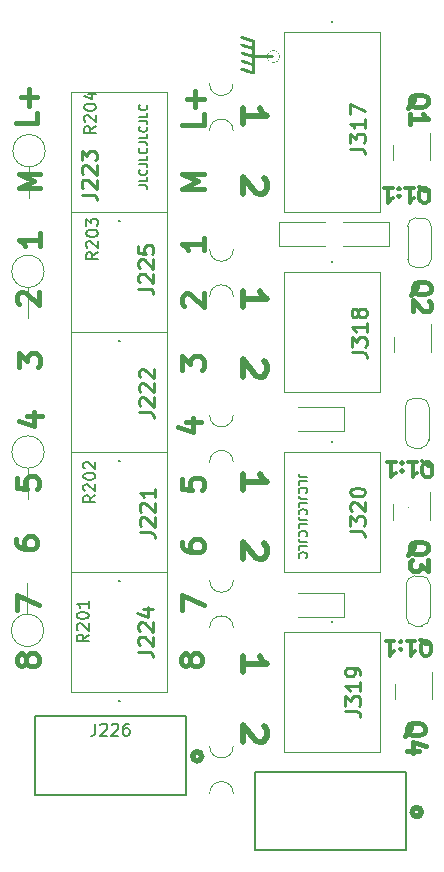
<source format=gbr>
%TF.GenerationSoftware,KiCad,Pcbnew,7.0.10*%
%TF.CreationDate,2024-07-22T21:05:33-04:00*%
%TF.ProjectId,12.X.1 - PLC Connector Combined,31322e58-2e31-4202-9d20-504c4320436f,rev?*%
%TF.SameCoordinates,Original*%
%TF.FileFunction,Legend,Top*%
%TF.FilePolarity,Positive*%
%FSLAX46Y46*%
G04 Gerber Fmt 4.6, Leading zero omitted, Abs format (unit mm)*
G04 Created by KiCad (PCBNEW 7.0.10) date 2024-07-22 21:05:33*
%MOMM*%
%LPD*%
G01*
G04 APERTURE LIST*
%ADD10C,0.000000*%
%ADD11C,0.006614*%
%ADD12C,0.457200*%
%ADD13C,0.300000*%
%ADD14C,0.381000*%
%ADD15C,0.177800*%
%ADD16C,0.508000*%
%ADD17C,0.254000*%
%ADD18C,0.150000*%
%ADD19C,0.100000*%
%ADD20C,0.200000*%
%ADD21C,0.120000*%
%ADD22C,0.152400*%
G04 APERTURE END LIST*
D10*
G36*
X103028058Y-65079050D02*
G01*
X103054412Y-65081368D01*
X103084843Y-65085701D01*
X103119576Y-65092096D01*
X103202847Y-65111258D01*
X103306024Y-65139225D01*
X103430906Y-65176370D01*
X103579289Y-65223065D01*
X104145498Y-65408273D01*
X104161373Y-66053856D01*
X104177247Y-66699440D01*
X104674664Y-66699440D01*
X104753510Y-66699297D01*
X104823720Y-66698799D01*
X104885837Y-66697835D01*
X104940405Y-66696298D01*
X104965027Y-66695280D01*
X104987966Y-66694078D01*
X105009288Y-66692679D01*
X105029061Y-66691068D01*
X105047354Y-66689233D01*
X105064235Y-66687159D01*
X105079770Y-66684833D01*
X105094029Y-66682242D01*
X105107078Y-66679371D01*
X105118986Y-66676208D01*
X105129820Y-66672739D01*
X105139649Y-66668950D01*
X105148539Y-66664828D01*
X105156560Y-66660359D01*
X105163778Y-66655530D01*
X105170262Y-66650326D01*
X105176079Y-66644735D01*
X105181297Y-66638743D01*
X105185985Y-66632336D01*
X105190209Y-66625501D01*
X105194038Y-66618224D01*
X105197539Y-66610491D01*
X105200781Y-66602290D01*
X105203831Y-66593606D01*
X105209313Y-66577332D01*
X105215816Y-66561263D01*
X105223305Y-66545422D01*
X105231746Y-66529827D01*
X105251351Y-66499461D01*
X105274359Y-66470327D01*
X105300498Y-66442588D01*
X105329498Y-66416408D01*
X105361086Y-66391948D01*
X105394992Y-66369372D01*
X105430945Y-66348842D01*
X105468673Y-66330521D01*
X105507904Y-66314573D01*
X105548368Y-66301159D01*
X105589793Y-66290443D01*
X105631908Y-66282586D01*
X105674442Y-66277753D01*
X105706539Y-66276515D01*
X105717123Y-66276106D01*
X105746047Y-66276551D01*
X105773398Y-66277925D01*
X105799338Y-66280292D01*
X105824031Y-66283713D01*
X105847638Y-66288250D01*
X105870323Y-66293966D01*
X105892248Y-66300921D01*
X105913576Y-66309179D01*
X105934470Y-66318801D01*
X105955093Y-66329850D01*
X105975607Y-66342386D01*
X105996175Y-66356473D01*
X106016961Y-66372173D01*
X106038126Y-66389546D01*
X106059834Y-66408656D01*
X106082248Y-66429565D01*
X106104028Y-66451922D01*
X106123785Y-66473490D01*
X106141604Y-66494468D01*
X106157571Y-66515058D01*
X106171771Y-66535462D01*
X106184288Y-66555882D01*
X106195208Y-66576519D01*
X106204617Y-66597575D01*
X106212600Y-66619251D01*
X106219242Y-66641748D01*
X106224628Y-66665268D01*
X106228843Y-66690014D01*
X106231974Y-66716185D01*
X106234104Y-66743985D01*
X106235320Y-66773613D01*
X106235706Y-66805273D01*
X106235059Y-66833328D01*
X106233138Y-66860922D01*
X106229968Y-66888025D01*
X106225577Y-66914610D01*
X106219993Y-66940648D01*
X106213242Y-66966112D01*
X106205352Y-66990973D01*
X106196349Y-67015203D01*
X106186261Y-67038775D01*
X106175115Y-67061659D01*
X106162938Y-67083828D01*
X106149758Y-67105255D01*
X106135600Y-67125909D01*
X106120493Y-67145765D01*
X106104464Y-67164793D01*
X106087539Y-67182966D01*
X106069746Y-67200254D01*
X106051112Y-67216631D01*
X106031665Y-67232069D01*
X106011430Y-67246538D01*
X105990436Y-67260011D01*
X105968709Y-67272460D01*
X105946277Y-67283857D01*
X105923167Y-67294173D01*
X105899405Y-67303381D01*
X105875020Y-67311453D01*
X105850038Y-67318359D01*
X105824486Y-67324073D01*
X105798391Y-67328566D01*
X105771781Y-67331810D01*
X105744682Y-67333778D01*
X105717123Y-67334439D01*
X105695781Y-67334024D01*
X105674442Y-67332792D01*
X105653140Y-67330764D01*
X105631908Y-67327959D01*
X105610781Y-67324399D01*
X105589793Y-67320103D01*
X105568977Y-67315092D01*
X105548368Y-67309387D01*
X105527999Y-67303007D01*
X105507904Y-67295973D01*
X105488117Y-67288305D01*
X105468673Y-67280024D01*
X105449604Y-67271150D01*
X105430945Y-67261704D01*
X105412730Y-67251705D01*
X105394992Y-67241174D01*
X105377767Y-67230131D01*
X105361086Y-67218598D01*
X105344985Y-67206593D01*
X105329498Y-67194138D01*
X105314657Y-67181253D01*
X105300498Y-67167957D01*
X105287054Y-67154273D01*
X105274359Y-67140219D01*
X105262447Y-67125816D01*
X105251351Y-67111085D01*
X105241107Y-67096046D01*
X105231746Y-67080718D01*
X105223305Y-67065124D01*
X105215816Y-67049282D01*
X105209313Y-67033214D01*
X105203831Y-67016939D01*
X105197538Y-67000054D01*
X105190199Y-66985045D01*
X105181263Y-66971803D01*
X105178882Y-66969315D01*
X105230289Y-66969315D01*
X105230961Y-66974940D01*
X105232935Y-66981820D01*
X105236149Y-66989848D01*
X105240542Y-66998915D01*
X105246051Y-67008912D01*
X105252613Y-67019730D01*
X105260169Y-67031262D01*
X105268654Y-67043398D01*
X105278007Y-67056030D01*
X105288167Y-67069050D01*
X105299071Y-67082349D01*
X105310656Y-67095818D01*
X105322862Y-67109350D01*
X105335626Y-67122835D01*
X105348887Y-67136165D01*
X105362581Y-67149231D01*
X105380396Y-67167286D01*
X105398196Y-67183782D01*
X105416089Y-67198775D01*
X105434184Y-67212318D01*
X105452588Y-67224466D01*
X105471411Y-67235272D01*
X105490762Y-67244793D01*
X105510748Y-67253080D01*
X105531478Y-67260190D01*
X105553060Y-67266175D01*
X105575604Y-67271091D01*
X105599218Y-67274991D01*
X105624009Y-67277930D01*
X105650088Y-67279962D01*
X105677562Y-67281142D01*
X105706539Y-67281523D01*
X105735517Y-67281142D01*
X105762991Y-67279962D01*
X105789069Y-67277930D01*
X105813861Y-67274991D01*
X105837474Y-67271091D01*
X105860018Y-67266175D01*
X105881601Y-67260190D01*
X105902331Y-67253080D01*
X105922317Y-67244793D01*
X105941667Y-67235272D01*
X105960490Y-67224466D01*
X105978895Y-67212318D01*
X105996989Y-67198775D01*
X106014882Y-67183782D01*
X106032682Y-67167286D01*
X106050498Y-67149231D01*
X106068552Y-67131416D01*
X106085048Y-67113616D01*
X106100041Y-67095723D01*
X106113584Y-67077628D01*
X106125732Y-67059224D01*
X106136539Y-67040401D01*
X106146059Y-67021050D01*
X106154347Y-67001065D01*
X106161456Y-66980335D01*
X106167441Y-66958752D01*
X106172357Y-66936208D01*
X106176257Y-66912594D01*
X106179196Y-66887803D01*
X106181229Y-66861724D01*
X106182408Y-66834250D01*
X106182789Y-66805273D01*
X106182264Y-66777835D01*
X106180696Y-66751090D01*
X106178098Y-66725051D01*
X106174480Y-66699729D01*
X106169854Y-66675135D01*
X106164232Y-66651282D01*
X106157626Y-66628181D01*
X106150047Y-66605843D01*
X106141507Y-66584281D01*
X106132017Y-66563505D01*
X106121589Y-66543527D01*
X106110236Y-66524360D01*
X106097967Y-66506014D01*
X106084795Y-66488502D01*
X106070732Y-66471834D01*
X106055789Y-66456023D01*
X106039978Y-66441080D01*
X106023311Y-66427017D01*
X106005798Y-66413845D01*
X105987452Y-66401577D01*
X105968285Y-66390223D01*
X105948307Y-66379795D01*
X105927532Y-66370305D01*
X105905969Y-66361765D01*
X105883631Y-66354186D01*
X105860530Y-66347580D01*
X105836677Y-66341958D01*
X105812083Y-66337333D01*
X105786761Y-66333715D01*
X105760722Y-66331116D01*
X105733977Y-66329548D01*
X105706539Y-66329023D01*
X105677562Y-66329404D01*
X105650088Y-66330584D01*
X105624009Y-66332616D01*
X105599218Y-66335555D01*
X105575604Y-66339455D01*
X105553060Y-66344371D01*
X105531478Y-66350356D01*
X105510748Y-66357466D01*
X105490762Y-66365753D01*
X105471411Y-66375273D01*
X105452588Y-66386080D01*
X105434184Y-66398228D01*
X105416089Y-66411771D01*
X105398196Y-66426764D01*
X105380396Y-66443260D01*
X105362581Y-66461314D01*
X105348887Y-66474381D01*
X105335626Y-66487711D01*
X105322862Y-66501196D01*
X105310656Y-66514727D01*
X105299071Y-66528197D01*
X105288167Y-66541496D01*
X105278007Y-66554516D01*
X105268654Y-66567148D01*
X105260169Y-66579284D01*
X105252613Y-66590816D01*
X105246051Y-66601634D01*
X105240542Y-66611631D01*
X105236149Y-66620698D01*
X105232935Y-66628726D01*
X105231789Y-66632316D01*
X105230961Y-66635606D01*
X105230458Y-66638582D01*
X105230289Y-66641231D01*
X105230658Y-66643726D01*
X105231753Y-66646248D01*
X105236046Y-66651349D01*
X105243021Y-66656498D01*
X105252531Y-66661654D01*
X105264428Y-66666779D01*
X105278565Y-66671834D01*
X105294796Y-66676781D01*
X105312972Y-66681580D01*
X105332946Y-66686194D01*
X105354571Y-66690582D01*
X105402186Y-66698530D01*
X105454637Y-66705114D01*
X105510748Y-66710023D01*
X105546975Y-66712197D01*
X105580304Y-66714767D01*
X105595906Y-66716207D01*
X105610811Y-66717755D01*
X105625031Y-66719413D01*
X105638574Y-66721185D01*
X105651451Y-66723073D01*
X105663671Y-66725080D01*
X105675244Y-66727209D01*
X105686179Y-66729464D01*
X105696486Y-66731846D01*
X105706175Y-66734359D01*
X105715255Y-66737005D01*
X105723737Y-66739788D01*
X105731630Y-66742711D01*
X105738943Y-66745776D01*
X105745686Y-66748987D01*
X105751870Y-66752346D01*
X105757503Y-66755856D01*
X105762595Y-66759520D01*
X105767157Y-66763341D01*
X105771197Y-66767322D01*
X105774725Y-66771465D01*
X105777752Y-66775775D01*
X105780286Y-66780253D01*
X105782338Y-66784902D01*
X105783917Y-66789726D01*
X105785033Y-66794727D01*
X105785696Y-66799908D01*
X105785914Y-66805273D01*
X105785033Y-66815819D01*
X105782338Y-66825644D01*
X105777752Y-66834771D01*
X105771197Y-66843224D01*
X105762595Y-66851026D01*
X105751870Y-66858200D01*
X105738943Y-66864769D01*
X105723737Y-66870757D01*
X105706175Y-66876187D01*
X105686179Y-66881082D01*
X105663671Y-66885466D01*
X105638574Y-66889361D01*
X105610811Y-66892791D01*
X105580304Y-66895779D01*
X105546975Y-66898349D01*
X105510748Y-66900523D01*
X105482309Y-66902749D01*
X105454637Y-66905432D01*
X105427881Y-66908534D01*
X105402186Y-66912016D01*
X105377700Y-66915838D01*
X105354571Y-66919964D01*
X105332946Y-66924352D01*
X105312972Y-66928966D01*
X105294796Y-66933765D01*
X105278565Y-66938712D01*
X105264428Y-66943767D01*
X105252531Y-66948892D01*
X105247468Y-66951469D01*
X105243021Y-66954048D01*
X105239207Y-66956626D01*
X105236046Y-66959196D01*
X105233555Y-66961755D01*
X105231753Y-66964298D01*
X105230658Y-66966819D01*
X105230289Y-66969315D01*
X105178882Y-66969315D01*
X105170179Y-66960219D01*
X105156398Y-66950186D01*
X105139370Y-66941595D01*
X105118543Y-66934337D01*
X105093367Y-66928304D01*
X105063293Y-66923387D01*
X105027769Y-66919478D01*
X104986246Y-66916468D01*
X104938173Y-66914248D01*
X104820175Y-66911747D01*
X104669373Y-66911106D01*
X104171956Y-66911106D01*
X104171956Y-67599023D01*
X104171764Y-67698437D01*
X104171160Y-67788603D01*
X104170107Y-67869948D01*
X104168566Y-67942898D01*
X104166498Y-68007880D01*
X104163863Y-68065320D01*
X104160625Y-68115644D01*
X104156742Y-68159278D01*
X104154548Y-68178720D01*
X104152178Y-68196649D01*
X104149628Y-68213119D01*
X104146893Y-68228183D01*
X104143968Y-68241895D01*
X104140848Y-68254307D01*
X104137529Y-68265473D01*
X104134005Y-68275447D01*
X104130272Y-68284281D01*
X104126324Y-68292028D01*
X104122158Y-68298743D01*
X104117768Y-68304478D01*
X104113149Y-68309287D01*
X104108297Y-68313223D01*
X104103206Y-68316340D01*
X104097873Y-68318689D01*
X104085266Y-68321531D01*
X104067527Y-68322198D01*
X104018074Y-68317491D01*
X103952358Y-68305527D01*
X103873225Y-68287270D01*
X103783518Y-68263680D01*
X103686084Y-68235718D01*
X103479409Y-68170523D01*
X103275959Y-68099375D01*
X103098492Y-68029963D01*
X103026614Y-67998311D01*
X102969766Y-67969977D01*
X102930793Y-67945921D01*
X102918898Y-67935799D01*
X102912539Y-67927106D01*
X102910804Y-67919923D01*
X102909573Y-67912306D01*
X102908854Y-67904317D01*
X102908653Y-67896018D01*
X102908980Y-67887470D01*
X102909842Y-67878737D01*
X102911246Y-67869880D01*
X102913201Y-67860960D01*
X102915714Y-67852041D01*
X102918792Y-67843184D01*
X102922444Y-67834450D01*
X102926678Y-67825903D01*
X102931501Y-67817604D01*
X102936920Y-67809615D01*
X102942945Y-67801997D01*
X102946186Y-67798348D01*
X102949581Y-67794814D01*
X102963229Y-67786553D01*
X102984101Y-67781554D01*
X103011856Y-67779734D01*
X103046154Y-67781006D01*
X103086653Y-67785287D01*
X103133012Y-67792489D01*
X103241946Y-67815320D01*
X103370227Y-67848816D01*
X103515128Y-67892297D01*
X103673919Y-67945079D01*
X103843873Y-68006481D01*
X103851562Y-68009518D01*
X103855221Y-68010337D01*
X103858756Y-68010688D01*
X103862166Y-68010569D01*
X103865453Y-68009981D01*
X103868615Y-68008922D01*
X103871654Y-68007391D01*
X103874568Y-68005387D01*
X103877359Y-68002909D01*
X103882568Y-67996528D01*
X103887281Y-67988241D01*
X103891498Y-67978038D01*
X103895218Y-67965914D01*
X103898443Y-67951859D01*
X103901171Y-67935867D01*
X103903404Y-67917928D01*
X103905140Y-67898037D01*
X103906380Y-67876184D01*
X103907125Y-67852363D01*
X103907373Y-67826564D01*
X103907373Y-67620190D01*
X103425831Y-67466731D01*
X103340720Y-67438680D01*
X103263856Y-67411985D01*
X103228459Y-67399105D01*
X103195054Y-67386515D01*
X103163618Y-67374198D01*
X103134128Y-67362138D01*
X103106560Y-67350318D01*
X103080891Y-67338722D01*
X103057098Y-67327334D01*
X103035157Y-67316136D01*
X103015046Y-67305112D01*
X102996741Y-67294247D01*
X102980219Y-67283523D01*
X102965456Y-67272924D01*
X102952430Y-67262433D01*
X102941116Y-67252035D01*
X102931493Y-67241712D01*
X102923536Y-67231448D01*
X102917223Y-67221227D01*
X102912529Y-67211032D01*
X102909432Y-67200847D01*
X102907909Y-67190655D01*
X102907936Y-67180440D01*
X102909491Y-67170185D01*
X102912548Y-67159874D01*
X102917087Y-67149490D01*
X102923083Y-67139017D01*
X102930512Y-67128438D01*
X102939353Y-67117737D01*
X102949581Y-67106898D01*
X102963229Y-67098636D01*
X102984101Y-67093638D01*
X103011856Y-67091817D01*
X103046154Y-67093090D01*
X103086653Y-67097370D01*
X103133012Y-67104572D01*
X103241946Y-67127403D01*
X103370227Y-67160900D01*
X103515128Y-67204380D01*
X103673919Y-67257163D01*
X103843873Y-67318565D01*
X103851562Y-67321602D01*
X103855221Y-67322420D01*
X103858756Y-67322771D01*
X103862166Y-67322653D01*
X103865453Y-67322064D01*
X103868615Y-67321005D01*
X103871654Y-67319474D01*
X103874568Y-67317470D01*
X103877359Y-67314992D01*
X103882568Y-67308612D01*
X103887281Y-67300324D01*
X103891498Y-67290122D01*
X103895218Y-67277997D01*
X103898443Y-67263943D01*
X103901171Y-67247950D01*
X103903404Y-67230012D01*
X103905140Y-67210120D01*
X103906380Y-67188268D01*
X103907125Y-67164446D01*
X103907373Y-67138648D01*
X103907373Y-66932273D01*
X103425831Y-66778815D01*
X103340720Y-66750763D01*
X103263856Y-66724069D01*
X103228459Y-66711189D01*
X103195054Y-66698598D01*
X103163618Y-66686282D01*
X103134128Y-66674221D01*
X103106560Y-66662402D01*
X103080891Y-66650806D01*
X103057098Y-66639417D01*
X103035157Y-66628219D01*
X103015046Y-66617196D01*
X102996741Y-66606330D01*
X102980219Y-66595606D01*
X102965456Y-66585007D01*
X102952430Y-66574517D01*
X102941116Y-66564118D01*
X102931493Y-66553795D01*
X102923536Y-66543532D01*
X102917223Y-66533311D01*
X102912529Y-66523116D01*
X102909432Y-66512930D01*
X102907909Y-66502738D01*
X102907936Y-66492523D01*
X102909491Y-66482268D01*
X102912548Y-66471957D01*
X102917087Y-66461573D01*
X102923083Y-66451100D01*
X102930512Y-66440521D01*
X102939353Y-66429821D01*
X102949581Y-66418981D01*
X102963228Y-66410719D01*
X102984091Y-66405721D01*
X103011821Y-66403901D01*
X103046071Y-66405173D01*
X103086491Y-66409453D01*
X103132733Y-66416656D01*
X103241284Y-66439486D01*
X103368935Y-66472983D01*
X103512896Y-66516464D01*
X103670374Y-66569246D01*
X103838581Y-66630648D01*
X103847202Y-66633748D01*
X103851282Y-66634648D01*
X103855210Y-66635113D01*
X103858988Y-66635144D01*
X103862614Y-66634741D01*
X103866092Y-66633903D01*
X103869421Y-66632632D01*
X103872604Y-66630927D01*
X103875639Y-66628788D01*
X103878530Y-66626214D01*
X103881276Y-66623206D01*
X103883879Y-66619765D01*
X103886339Y-66615889D01*
X103890836Y-66606835D01*
X103894775Y-66596045D01*
X103898164Y-66583519D01*
X103901010Y-66569256D01*
X103903321Y-66553257D01*
X103905105Y-66535522D01*
X103906370Y-66516050D01*
X103907123Y-66494842D01*
X103907373Y-66471898D01*
X103907373Y-66286690D01*
X103425831Y-66112065D01*
X103341591Y-66081161D01*
X103265365Y-66051862D01*
X103196985Y-66024035D01*
X103165683Y-66010633D01*
X103136278Y-65997550D01*
X103108749Y-65984769D01*
X103083074Y-65972273D01*
X103059233Y-65960048D01*
X103037204Y-65948075D01*
X103016965Y-65936338D01*
X102998495Y-65924822D01*
X102981774Y-65913508D01*
X102966779Y-65902382D01*
X102953489Y-65891427D01*
X102941884Y-65880625D01*
X102931941Y-65869961D01*
X102923639Y-65859419D01*
X102916958Y-65848980D01*
X102911875Y-65838630D01*
X102908370Y-65828352D01*
X102906421Y-65818129D01*
X102906007Y-65807945D01*
X102907106Y-65797783D01*
X102909697Y-65787627D01*
X102913759Y-65777460D01*
X102919271Y-65767266D01*
X102926210Y-65757028D01*
X102934557Y-65746731D01*
X102944289Y-65736356D01*
X102953426Y-65729290D01*
X102965043Y-65723975D01*
X102979264Y-65720427D01*
X102996214Y-65718662D01*
X103016016Y-65718696D01*
X103038795Y-65720543D01*
X103064675Y-65724220D01*
X103093779Y-65729742D01*
X103126232Y-65737124D01*
X103162157Y-65746382D01*
X103244922Y-65770587D01*
X103343066Y-65802481D01*
X103457581Y-65842190D01*
X103907373Y-66006231D01*
X103907373Y-65609356D01*
X103425831Y-65455898D01*
X103340720Y-65427847D01*
X103263856Y-65401152D01*
X103228459Y-65388272D01*
X103195054Y-65375682D01*
X103163618Y-65363365D01*
X103134128Y-65351305D01*
X103106560Y-65339485D01*
X103080891Y-65327889D01*
X103057098Y-65316500D01*
X103035157Y-65305303D01*
X103015046Y-65294279D01*
X102996741Y-65283414D01*
X102980219Y-65272690D01*
X102965456Y-65262091D01*
X102952430Y-65251600D01*
X102941116Y-65241202D01*
X102931493Y-65230879D01*
X102923536Y-65220615D01*
X102917223Y-65210394D01*
X102912529Y-65200199D01*
X102909432Y-65190014D01*
X102907909Y-65179822D01*
X102907936Y-65169607D01*
X102909491Y-65159351D01*
X102912548Y-65149040D01*
X102917087Y-65138656D01*
X102923083Y-65128183D01*
X102930512Y-65117605D01*
X102939353Y-65106904D01*
X102949581Y-65096065D01*
X102958920Y-65089003D01*
X102971213Y-65083724D01*
X102986684Y-65080275D01*
X103005557Y-65078701D01*
X103028058Y-65079050D01*
G37*
D11*
X117134251Y-104970999D02*
X117101442Y-104949303D01*
D12*
X83998864Y-102452795D02*
X83998864Y-103323652D01*
X83998864Y-103323652D02*
X84869721Y-103410738D01*
X84869721Y-103410738D02*
X84782636Y-103323652D01*
X84782636Y-103323652D02*
X84695550Y-103149481D01*
X84695550Y-103149481D02*
X84695550Y-102714052D01*
X84695550Y-102714052D02*
X84782636Y-102539881D01*
X84782636Y-102539881D02*
X84869721Y-102452795D01*
X84869721Y-102452795D02*
X85043893Y-102365709D01*
X85043893Y-102365709D02*
X85479321Y-102365709D01*
X85479321Y-102365709D02*
X85653493Y-102452795D01*
X85653493Y-102452795D02*
X85740579Y-102539881D01*
X85740579Y-102539881D02*
X85827664Y-102714052D01*
X85827664Y-102714052D02*
X85827664Y-103149481D01*
X85827664Y-103149481D02*
X85740579Y-103323652D01*
X85740579Y-103323652D02*
X85653493Y-103410738D01*
D13*
X118000930Y-77817527D02*
X118119978Y-77877051D01*
X118119978Y-77877051D02*
X118239025Y-77996099D01*
X118239025Y-77996099D02*
X118417597Y-78174670D01*
X118417597Y-78174670D02*
X118536644Y-78234194D01*
X118536644Y-78234194D02*
X118655692Y-78234194D01*
X118596168Y-77936575D02*
X118715216Y-77996099D01*
X118715216Y-77996099D02*
X118834263Y-78115146D01*
X118834263Y-78115146D02*
X118893787Y-78353241D01*
X118893787Y-78353241D02*
X118893787Y-78769908D01*
X118893787Y-78769908D02*
X118834263Y-79008003D01*
X118834263Y-79008003D02*
X118715216Y-79127051D01*
X118715216Y-79127051D02*
X118596168Y-79186575D01*
X118596168Y-79186575D02*
X118358073Y-79186575D01*
X118358073Y-79186575D02*
X118239025Y-79127051D01*
X118239025Y-79127051D02*
X118119978Y-79008003D01*
X118119978Y-79008003D02*
X118060454Y-78769908D01*
X118060454Y-78769908D02*
X118060454Y-78353241D01*
X118060454Y-78353241D02*
X118119978Y-78115146D01*
X118119978Y-78115146D02*
X118239025Y-77996099D01*
X118239025Y-77996099D02*
X118358073Y-77936575D01*
X118358073Y-77936575D02*
X118596168Y-77936575D01*
X116869978Y-77936575D02*
X117584263Y-77936575D01*
X117227120Y-77936575D02*
X117227120Y-79186575D01*
X117227120Y-79186575D02*
X117346168Y-79008003D01*
X117346168Y-79008003D02*
X117465216Y-78888956D01*
X117465216Y-78888956D02*
X117584263Y-78829432D01*
X116334263Y-78055622D02*
X116274740Y-77996099D01*
X116274740Y-77996099D02*
X116334263Y-77936575D01*
X116334263Y-77936575D02*
X116393787Y-77996099D01*
X116393787Y-77996099D02*
X116334263Y-78055622D01*
X116334263Y-78055622D02*
X116334263Y-77936575D01*
X116334263Y-78710384D02*
X116274740Y-78650860D01*
X116274740Y-78650860D02*
X116334263Y-78591337D01*
X116334263Y-78591337D02*
X116393787Y-78650860D01*
X116393787Y-78650860D02*
X116334263Y-78710384D01*
X116334263Y-78710384D02*
X116334263Y-78591337D01*
X115084264Y-77936575D02*
X115798549Y-77936575D01*
X115441406Y-77936575D02*
X115441406Y-79186575D01*
X115441406Y-79186575D02*
X115560454Y-79008003D01*
X115560454Y-79008003D02*
X115679502Y-78888956D01*
X115679502Y-78888956D02*
X115798549Y-78829432D01*
D12*
X84782636Y-118048395D02*
X84695550Y-118222566D01*
X84695550Y-118222566D02*
X84608464Y-118309652D01*
X84608464Y-118309652D02*
X84434293Y-118396738D01*
X84434293Y-118396738D02*
X84347207Y-118396738D01*
X84347207Y-118396738D02*
X84173036Y-118309652D01*
X84173036Y-118309652D02*
X84085950Y-118222566D01*
X84085950Y-118222566D02*
X83998864Y-118048395D01*
X83998864Y-118048395D02*
X83998864Y-117700052D01*
X83998864Y-117700052D02*
X84085950Y-117525881D01*
X84085950Y-117525881D02*
X84173036Y-117438795D01*
X84173036Y-117438795D02*
X84347207Y-117351709D01*
X84347207Y-117351709D02*
X84434293Y-117351709D01*
X84434293Y-117351709D02*
X84608464Y-117438795D01*
X84608464Y-117438795D02*
X84695550Y-117525881D01*
X84695550Y-117525881D02*
X84782636Y-117700052D01*
X84782636Y-117700052D02*
X84782636Y-118048395D01*
X84782636Y-118048395D02*
X84869721Y-118222566D01*
X84869721Y-118222566D02*
X84956807Y-118309652D01*
X84956807Y-118309652D02*
X85130979Y-118396738D01*
X85130979Y-118396738D02*
X85479321Y-118396738D01*
X85479321Y-118396738D02*
X85653493Y-118309652D01*
X85653493Y-118309652D02*
X85740579Y-118222566D01*
X85740579Y-118222566D02*
X85827664Y-118048395D01*
X85827664Y-118048395D02*
X85827664Y-117700052D01*
X85827664Y-117700052D02*
X85740579Y-117525881D01*
X85740579Y-117525881D02*
X85653493Y-117438795D01*
X85653493Y-117438795D02*
X85479321Y-117351709D01*
X85479321Y-117351709D02*
X85130979Y-117351709D01*
X85130979Y-117351709D02*
X84956807Y-117438795D01*
X84956807Y-117438795D02*
X84869721Y-117525881D01*
X84869721Y-117525881D02*
X84782636Y-117700052D01*
D14*
X117104428Y-71142513D02*
X117177000Y-70997370D01*
X117177000Y-70997370D02*
X117322143Y-70852227D01*
X117322143Y-70852227D02*
X117539857Y-70634513D01*
X117539857Y-70634513D02*
X117612428Y-70489370D01*
X117612428Y-70489370D02*
X117612428Y-70344227D01*
X117249571Y-70416798D02*
X117322143Y-70271656D01*
X117322143Y-70271656D02*
X117467285Y-70126513D01*
X117467285Y-70126513D02*
X117757571Y-70053941D01*
X117757571Y-70053941D02*
X118265571Y-70053941D01*
X118265571Y-70053941D02*
X118555857Y-70126513D01*
X118555857Y-70126513D02*
X118701000Y-70271656D01*
X118701000Y-70271656D02*
X118773571Y-70416798D01*
X118773571Y-70416798D02*
X118773571Y-70707084D01*
X118773571Y-70707084D02*
X118701000Y-70852227D01*
X118701000Y-70852227D02*
X118555857Y-70997370D01*
X118555857Y-70997370D02*
X118265571Y-71069941D01*
X118265571Y-71069941D02*
X117757571Y-71069941D01*
X117757571Y-71069941D02*
X117467285Y-70997370D01*
X117467285Y-70997370D02*
X117322143Y-70852227D01*
X117322143Y-70852227D02*
X117249571Y-70707084D01*
X117249571Y-70707084D02*
X117249571Y-70416798D01*
X117249571Y-72521369D02*
X117249571Y-71650512D01*
X117249571Y-72085941D02*
X118773571Y-72085941D01*
X118773571Y-72085941D02*
X118555857Y-71940798D01*
X118555857Y-71940798D02*
X118410714Y-71795655D01*
X118410714Y-71795655D02*
X118338143Y-71650512D01*
D12*
X98143036Y-87916738D02*
X98055950Y-87829652D01*
X98055950Y-87829652D02*
X97968864Y-87655481D01*
X97968864Y-87655481D02*
X97968864Y-87220052D01*
X97968864Y-87220052D02*
X98055950Y-87045881D01*
X98055950Y-87045881D02*
X98143036Y-86958795D01*
X98143036Y-86958795D02*
X98317207Y-86871709D01*
X98317207Y-86871709D02*
X98491379Y-86871709D01*
X98491379Y-86871709D02*
X98752636Y-86958795D01*
X98752636Y-86958795D02*
X99797664Y-88003823D01*
X99797664Y-88003823D02*
X99797664Y-86871709D01*
X85700664Y-71577281D02*
X85700664Y-72448138D01*
X85700664Y-72448138D02*
X83871864Y-72448138D01*
X85003979Y-70967681D02*
X85003979Y-69574310D01*
X85700664Y-70270995D02*
X84307293Y-70270995D01*
X84862464Y-97205881D02*
X86081664Y-97205881D01*
X84165779Y-97641309D02*
X85472064Y-98076738D01*
X85472064Y-98076738D02*
X85472064Y-96944623D01*
D13*
X118254930Y-101058527D02*
X118373978Y-101118051D01*
X118373978Y-101118051D02*
X118493025Y-101237099D01*
X118493025Y-101237099D02*
X118671597Y-101415670D01*
X118671597Y-101415670D02*
X118790644Y-101475194D01*
X118790644Y-101475194D02*
X118909692Y-101475194D01*
X118850168Y-101177575D02*
X118969216Y-101237099D01*
X118969216Y-101237099D02*
X119088263Y-101356146D01*
X119088263Y-101356146D02*
X119147787Y-101594241D01*
X119147787Y-101594241D02*
X119147787Y-102010908D01*
X119147787Y-102010908D02*
X119088263Y-102249003D01*
X119088263Y-102249003D02*
X118969216Y-102368051D01*
X118969216Y-102368051D02*
X118850168Y-102427575D01*
X118850168Y-102427575D02*
X118612073Y-102427575D01*
X118612073Y-102427575D02*
X118493025Y-102368051D01*
X118493025Y-102368051D02*
X118373978Y-102249003D01*
X118373978Y-102249003D02*
X118314454Y-102010908D01*
X118314454Y-102010908D02*
X118314454Y-101594241D01*
X118314454Y-101594241D02*
X118373978Y-101356146D01*
X118373978Y-101356146D02*
X118493025Y-101237099D01*
X118493025Y-101237099D02*
X118612073Y-101177575D01*
X118612073Y-101177575D02*
X118850168Y-101177575D01*
X117123978Y-101177575D02*
X117838263Y-101177575D01*
X117481120Y-101177575D02*
X117481120Y-102427575D01*
X117481120Y-102427575D02*
X117600168Y-102249003D01*
X117600168Y-102249003D02*
X117719216Y-102129956D01*
X117719216Y-102129956D02*
X117838263Y-102070432D01*
X116588263Y-101296622D02*
X116528740Y-101237099D01*
X116528740Y-101237099D02*
X116588263Y-101177575D01*
X116588263Y-101177575D02*
X116647787Y-101237099D01*
X116647787Y-101237099D02*
X116588263Y-101296622D01*
X116588263Y-101296622D02*
X116588263Y-101177575D01*
X116588263Y-101951384D02*
X116528740Y-101891860D01*
X116528740Y-101891860D02*
X116588263Y-101832337D01*
X116588263Y-101832337D02*
X116647787Y-101891860D01*
X116647787Y-101891860D02*
X116588263Y-101951384D01*
X116588263Y-101951384D02*
X116588263Y-101832337D01*
X115338264Y-101177575D02*
X116052549Y-101177575D01*
X115695406Y-101177575D02*
X115695406Y-102427575D01*
X115695406Y-102427575D02*
X115814454Y-102249003D01*
X115814454Y-102249003D02*
X115933502Y-102129956D01*
X115933502Y-102129956D02*
X116052549Y-102070432D01*
D12*
X97968864Y-113657823D02*
X97968864Y-112438623D01*
X97968864Y-112438623D02*
X99797664Y-113222395D01*
X85954664Y-77970823D02*
X84125864Y-77970823D01*
X84125864Y-77970823D02*
X85432150Y-77361223D01*
X85432150Y-77361223D02*
X84125864Y-76751623D01*
X84125864Y-76751623D02*
X85954664Y-76751623D01*
X84125864Y-93083823D02*
X84125864Y-91951709D01*
X84125864Y-91951709D02*
X84822550Y-92561309D01*
X84822550Y-92561309D02*
X84822550Y-92300052D01*
X84822550Y-92300052D02*
X84909636Y-92125881D01*
X84909636Y-92125881D02*
X84996721Y-92038795D01*
X84996721Y-92038795D02*
X85170893Y-91951709D01*
X85170893Y-91951709D02*
X85606321Y-91951709D01*
X85606321Y-91951709D02*
X85780493Y-92038795D01*
X85780493Y-92038795D02*
X85867579Y-92125881D01*
X85867579Y-92125881D02*
X85954664Y-92300052D01*
X85954664Y-92300052D02*
X85954664Y-92822566D01*
X85954664Y-92822566D02*
X85867579Y-92996738D01*
X85867579Y-92996738D02*
X85780493Y-93083823D01*
D14*
X116850428Y-124355513D02*
X116923000Y-124210370D01*
X116923000Y-124210370D02*
X117068143Y-124065227D01*
X117068143Y-124065227D02*
X117285857Y-123847513D01*
X117285857Y-123847513D02*
X117358428Y-123702370D01*
X117358428Y-123702370D02*
X117358428Y-123557227D01*
X116995571Y-123629798D02*
X117068143Y-123484656D01*
X117068143Y-123484656D02*
X117213285Y-123339513D01*
X117213285Y-123339513D02*
X117503571Y-123266941D01*
X117503571Y-123266941D02*
X118011571Y-123266941D01*
X118011571Y-123266941D02*
X118301857Y-123339513D01*
X118301857Y-123339513D02*
X118447000Y-123484656D01*
X118447000Y-123484656D02*
X118519571Y-123629798D01*
X118519571Y-123629798D02*
X118519571Y-123920084D01*
X118519571Y-123920084D02*
X118447000Y-124065227D01*
X118447000Y-124065227D02*
X118301857Y-124210370D01*
X118301857Y-124210370D02*
X118011571Y-124282941D01*
X118011571Y-124282941D02*
X117503571Y-124282941D01*
X117503571Y-124282941D02*
X117213285Y-124210370D01*
X117213285Y-124210370D02*
X117068143Y-124065227D01*
X117068143Y-124065227D02*
X116995571Y-123920084D01*
X116995571Y-123920084D02*
X116995571Y-123629798D01*
X118011571Y-125589227D02*
X116995571Y-125589227D01*
X118592143Y-125226369D02*
X117503571Y-124863512D01*
X117503571Y-124863512D02*
X117503571Y-125806941D01*
D15*
X94319818Y-77725290D02*
X94827818Y-77725290D01*
X94827818Y-77725290D02*
X94929418Y-77759157D01*
X94929418Y-77759157D02*
X94997152Y-77826890D01*
X94997152Y-77826890D02*
X95031018Y-77928490D01*
X95031018Y-77928490D02*
X95031018Y-77996224D01*
X95031018Y-77047957D02*
X95031018Y-77386623D01*
X95031018Y-77386623D02*
X94319818Y-77386623D01*
X94963285Y-76404490D02*
X94997152Y-76438357D01*
X94997152Y-76438357D02*
X95031018Y-76539957D01*
X95031018Y-76539957D02*
X95031018Y-76607690D01*
X95031018Y-76607690D02*
X94997152Y-76709290D01*
X94997152Y-76709290D02*
X94929418Y-76777024D01*
X94929418Y-76777024D02*
X94861685Y-76810890D01*
X94861685Y-76810890D02*
X94726218Y-76844757D01*
X94726218Y-76844757D02*
X94624618Y-76844757D01*
X94624618Y-76844757D02*
X94489152Y-76810890D01*
X94489152Y-76810890D02*
X94421418Y-76777024D01*
X94421418Y-76777024D02*
X94353685Y-76709290D01*
X94353685Y-76709290D02*
X94319818Y-76607690D01*
X94319818Y-76607690D02*
X94319818Y-76539957D01*
X94319818Y-76539957D02*
X94353685Y-76438357D01*
X94353685Y-76438357D02*
X94387552Y-76404490D01*
X94319818Y-75896490D02*
X94827818Y-75896490D01*
X94827818Y-75896490D02*
X94929418Y-75930357D01*
X94929418Y-75930357D02*
X94997152Y-75998090D01*
X94997152Y-75998090D02*
X95031018Y-76099690D01*
X95031018Y-76099690D02*
X95031018Y-76167424D01*
X95031018Y-75219157D02*
X95031018Y-75557823D01*
X95031018Y-75557823D02*
X94319818Y-75557823D01*
X94963285Y-74575690D02*
X94997152Y-74609557D01*
X94997152Y-74609557D02*
X95031018Y-74711157D01*
X95031018Y-74711157D02*
X95031018Y-74778890D01*
X95031018Y-74778890D02*
X94997152Y-74880490D01*
X94997152Y-74880490D02*
X94929418Y-74948224D01*
X94929418Y-74948224D02*
X94861685Y-74982090D01*
X94861685Y-74982090D02*
X94726218Y-75015957D01*
X94726218Y-75015957D02*
X94624618Y-75015957D01*
X94624618Y-75015957D02*
X94489152Y-74982090D01*
X94489152Y-74982090D02*
X94421418Y-74948224D01*
X94421418Y-74948224D02*
X94353685Y-74880490D01*
X94353685Y-74880490D02*
X94319818Y-74778890D01*
X94319818Y-74778890D02*
X94319818Y-74711157D01*
X94319818Y-74711157D02*
X94353685Y-74609557D01*
X94353685Y-74609557D02*
X94387552Y-74575690D01*
X94319818Y-74067690D02*
X94827818Y-74067690D01*
X94827818Y-74067690D02*
X94929418Y-74101557D01*
X94929418Y-74101557D02*
X94997152Y-74169290D01*
X94997152Y-74169290D02*
X95031018Y-74270890D01*
X95031018Y-74270890D02*
X95031018Y-74338624D01*
X95031018Y-73390357D02*
X95031018Y-73729023D01*
X95031018Y-73729023D02*
X94319818Y-73729023D01*
X94963285Y-72746890D02*
X94997152Y-72780757D01*
X94997152Y-72780757D02*
X95031018Y-72882357D01*
X95031018Y-72882357D02*
X95031018Y-72950090D01*
X95031018Y-72950090D02*
X94997152Y-73051690D01*
X94997152Y-73051690D02*
X94929418Y-73119424D01*
X94929418Y-73119424D02*
X94861685Y-73153290D01*
X94861685Y-73153290D02*
X94726218Y-73187157D01*
X94726218Y-73187157D02*
X94624618Y-73187157D01*
X94624618Y-73187157D02*
X94489152Y-73153290D01*
X94489152Y-73153290D02*
X94421418Y-73119424D01*
X94421418Y-73119424D02*
X94353685Y-73051690D01*
X94353685Y-73051690D02*
X94319818Y-72950090D01*
X94319818Y-72950090D02*
X94319818Y-72882357D01*
X94319818Y-72882357D02*
X94353685Y-72780757D01*
X94353685Y-72780757D02*
X94387552Y-72746890D01*
X94319818Y-72238890D02*
X94827818Y-72238890D01*
X94827818Y-72238890D02*
X94929418Y-72272757D01*
X94929418Y-72272757D02*
X94997152Y-72340490D01*
X94997152Y-72340490D02*
X95031018Y-72442090D01*
X95031018Y-72442090D02*
X95031018Y-72509824D01*
X95031018Y-71561557D02*
X95031018Y-71900223D01*
X95031018Y-71900223D02*
X94319818Y-71900223D01*
X94963285Y-70918090D02*
X94997152Y-70951957D01*
X94997152Y-70951957D02*
X95031018Y-71053557D01*
X95031018Y-71053557D02*
X95031018Y-71121290D01*
X95031018Y-71121290D02*
X94997152Y-71222890D01*
X94997152Y-71222890D02*
X94929418Y-71290624D01*
X94929418Y-71290624D02*
X94861685Y-71324490D01*
X94861685Y-71324490D02*
X94726218Y-71358357D01*
X94726218Y-71358357D02*
X94624618Y-71358357D01*
X94624618Y-71358357D02*
X94489152Y-71324490D01*
X94489152Y-71324490D02*
X94421418Y-71290624D01*
X94421418Y-71290624D02*
X94353685Y-71222890D01*
X94353685Y-71222890D02*
X94319818Y-71121290D01*
X94319818Y-71121290D02*
X94319818Y-71053557D01*
X94319818Y-71053557D02*
X94353685Y-70951957D01*
X94353685Y-70951957D02*
X94387552Y-70918090D01*
D12*
X83871864Y-107619881D02*
X83871864Y-107968223D01*
X83871864Y-107968223D02*
X83958950Y-108142395D01*
X83958950Y-108142395D02*
X84046036Y-108229481D01*
X84046036Y-108229481D02*
X84307293Y-108403652D01*
X84307293Y-108403652D02*
X84655636Y-108490738D01*
X84655636Y-108490738D02*
X85352321Y-108490738D01*
X85352321Y-108490738D02*
X85526493Y-108403652D01*
X85526493Y-108403652D02*
X85613579Y-108316566D01*
X85613579Y-108316566D02*
X85700664Y-108142395D01*
X85700664Y-108142395D02*
X85700664Y-107794052D01*
X85700664Y-107794052D02*
X85613579Y-107619881D01*
X85613579Y-107619881D02*
X85526493Y-107532795D01*
X85526493Y-107532795D02*
X85352321Y-107445709D01*
X85352321Y-107445709D02*
X84916893Y-107445709D01*
X84916893Y-107445709D02*
X84742721Y-107532795D01*
X84742721Y-107532795D02*
X84655636Y-107619881D01*
X84655636Y-107619881D02*
X84568550Y-107794052D01*
X84568550Y-107794052D02*
X84568550Y-108142395D01*
X84568550Y-108142395D02*
X84655636Y-108316566D01*
X84655636Y-108316566D02*
X84742721Y-108403652D01*
X84742721Y-108403652D02*
X84916893Y-108490738D01*
D14*
X117104428Y-108988513D02*
X117177000Y-108843370D01*
X117177000Y-108843370D02*
X117322143Y-108698227D01*
X117322143Y-108698227D02*
X117539857Y-108480513D01*
X117539857Y-108480513D02*
X117612428Y-108335370D01*
X117612428Y-108335370D02*
X117612428Y-108190227D01*
X117249571Y-108262798D02*
X117322143Y-108117656D01*
X117322143Y-108117656D02*
X117467285Y-107972513D01*
X117467285Y-107972513D02*
X117757571Y-107899941D01*
X117757571Y-107899941D02*
X118265571Y-107899941D01*
X118265571Y-107899941D02*
X118555857Y-107972513D01*
X118555857Y-107972513D02*
X118701000Y-108117656D01*
X118701000Y-108117656D02*
X118773571Y-108262798D01*
X118773571Y-108262798D02*
X118773571Y-108553084D01*
X118773571Y-108553084D02*
X118701000Y-108698227D01*
X118701000Y-108698227D02*
X118555857Y-108843370D01*
X118555857Y-108843370D02*
X118265571Y-108915941D01*
X118265571Y-108915941D02*
X117757571Y-108915941D01*
X117757571Y-108915941D02*
X117467285Y-108843370D01*
X117467285Y-108843370D02*
X117322143Y-108698227D01*
X117322143Y-108698227D02*
X117249571Y-108553084D01*
X117249571Y-108553084D02*
X117249571Y-108262798D01*
X118773571Y-109423941D02*
X118773571Y-110367369D01*
X118773571Y-110367369D02*
X118193000Y-109859369D01*
X118193000Y-109859369D02*
X118193000Y-110077084D01*
X118193000Y-110077084D02*
X118120428Y-110222227D01*
X118120428Y-110222227D02*
X118047857Y-110294798D01*
X118047857Y-110294798D02*
X117902714Y-110367369D01*
X117902714Y-110367369D02*
X117539857Y-110367369D01*
X117539857Y-110367369D02*
X117394714Y-110294798D01*
X117394714Y-110294798D02*
X117322143Y-110222227D01*
X117322143Y-110222227D02*
X117249571Y-110077084D01*
X117249571Y-110077084D02*
X117249571Y-109641655D01*
X117249571Y-109641655D02*
X117322143Y-109496512D01*
X117322143Y-109496512D02*
X117394714Y-109423941D01*
D12*
X84173036Y-87789738D02*
X84085950Y-87702652D01*
X84085950Y-87702652D02*
X83998864Y-87528481D01*
X83998864Y-87528481D02*
X83998864Y-87093052D01*
X83998864Y-87093052D02*
X84085950Y-86918881D01*
X84085950Y-86918881D02*
X84173036Y-86831795D01*
X84173036Y-86831795D02*
X84347207Y-86744709D01*
X84347207Y-86744709D02*
X84521379Y-86744709D01*
X84521379Y-86744709D02*
X84782636Y-86831795D01*
X84782636Y-86831795D02*
X85827664Y-87876823D01*
X85827664Y-87876823D02*
X85827664Y-86744709D01*
D14*
X117358428Y-87017513D02*
X117431000Y-86872370D01*
X117431000Y-86872370D02*
X117576143Y-86727227D01*
X117576143Y-86727227D02*
X117793857Y-86509513D01*
X117793857Y-86509513D02*
X117866428Y-86364370D01*
X117866428Y-86364370D02*
X117866428Y-86219227D01*
X117503571Y-86291798D02*
X117576143Y-86146656D01*
X117576143Y-86146656D02*
X117721285Y-86001513D01*
X117721285Y-86001513D02*
X118011571Y-85928941D01*
X118011571Y-85928941D02*
X118519571Y-85928941D01*
X118519571Y-85928941D02*
X118809857Y-86001513D01*
X118809857Y-86001513D02*
X118955000Y-86146656D01*
X118955000Y-86146656D02*
X119027571Y-86291798D01*
X119027571Y-86291798D02*
X119027571Y-86582084D01*
X119027571Y-86582084D02*
X118955000Y-86727227D01*
X118955000Y-86727227D02*
X118809857Y-86872370D01*
X118809857Y-86872370D02*
X118519571Y-86944941D01*
X118519571Y-86944941D02*
X118011571Y-86944941D01*
X118011571Y-86944941D02*
X117721285Y-86872370D01*
X117721285Y-86872370D02*
X117576143Y-86727227D01*
X117576143Y-86727227D02*
X117503571Y-86582084D01*
X117503571Y-86582084D02*
X117503571Y-86291798D01*
X118882428Y-87525512D02*
X118955000Y-87598084D01*
X118955000Y-87598084D02*
X119027571Y-87743227D01*
X119027571Y-87743227D02*
X119027571Y-88106084D01*
X119027571Y-88106084D02*
X118955000Y-88251227D01*
X118955000Y-88251227D02*
X118882428Y-88323798D01*
X118882428Y-88323798D02*
X118737285Y-88396369D01*
X118737285Y-88396369D02*
X118592143Y-88396369D01*
X118592143Y-88396369D02*
X118374428Y-88323798D01*
X118374428Y-88323798D02*
X117503571Y-87452941D01*
X117503571Y-87452941D02*
X117503571Y-88396369D01*
D15*
X108544682Y-102422932D02*
X108036682Y-102422932D01*
X108036682Y-102422932D02*
X107935082Y-102389065D01*
X107935082Y-102389065D02*
X107867349Y-102321332D01*
X107867349Y-102321332D02*
X107833482Y-102219732D01*
X107833482Y-102219732D02*
X107833482Y-102151999D01*
X107833482Y-103100266D02*
X107833482Y-102761599D01*
X107833482Y-102761599D02*
X108544682Y-102761599D01*
X107901215Y-103743732D02*
X107867349Y-103709865D01*
X107867349Y-103709865D02*
X107833482Y-103608265D01*
X107833482Y-103608265D02*
X107833482Y-103540532D01*
X107833482Y-103540532D02*
X107867349Y-103438932D01*
X107867349Y-103438932D02*
X107935082Y-103371199D01*
X107935082Y-103371199D02*
X108002815Y-103337332D01*
X108002815Y-103337332D02*
X108138282Y-103303465D01*
X108138282Y-103303465D02*
X108239882Y-103303465D01*
X108239882Y-103303465D02*
X108375349Y-103337332D01*
X108375349Y-103337332D02*
X108443082Y-103371199D01*
X108443082Y-103371199D02*
X108510815Y-103438932D01*
X108510815Y-103438932D02*
X108544682Y-103540532D01*
X108544682Y-103540532D02*
X108544682Y-103608265D01*
X108544682Y-103608265D02*
X108510815Y-103709865D01*
X108510815Y-103709865D02*
X108476949Y-103743732D01*
X108544682Y-104251732D02*
X108036682Y-104251732D01*
X108036682Y-104251732D02*
X107935082Y-104217865D01*
X107935082Y-104217865D02*
X107867349Y-104150132D01*
X107867349Y-104150132D02*
X107833482Y-104048532D01*
X107833482Y-104048532D02*
X107833482Y-103980799D01*
X107833482Y-104929066D02*
X107833482Y-104590399D01*
X107833482Y-104590399D02*
X108544682Y-104590399D01*
X107901215Y-105572532D02*
X107867349Y-105538665D01*
X107867349Y-105538665D02*
X107833482Y-105437065D01*
X107833482Y-105437065D02*
X107833482Y-105369332D01*
X107833482Y-105369332D02*
X107867349Y-105267732D01*
X107867349Y-105267732D02*
X107935082Y-105199999D01*
X107935082Y-105199999D02*
X108002815Y-105166132D01*
X108002815Y-105166132D02*
X108138282Y-105132265D01*
X108138282Y-105132265D02*
X108239882Y-105132265D01*
X108239882Y-105132265D02*
X108375349Y-105166132D01*
X108375349Y-105166132D02*
X108443082Y-105199999D01*
X108443082Y-105199999D02*
X108510815Y-105267732D01*
X108510815Y-105267732D02*
X108544682Y-105369332D01*
X108544682Y-105369332D02*
X108544682Y-105437065D01*
X108544682Y-105437065D02*
X108510815Y-105538665D01*
X108510815Y-105538665D02*
X108476949Y-105572532D01*
X108544682Y-106080532D02*
X108036682Y-106080532D01*
X108036682Y-106080532D02*
X107935082Y-106046665D01*
X107935082Y-106046665D02*
X107867349Y-105978932D01*
X107867349Y-105978932D02*
X107833482Y-105877332D01*
X107833482Y-105877332D02*
X107833482Y-105809599D01*
X107833482Y-106757866D02*
X107833482Y-106419199D01*
X107833482Y-106419199D02*
X108544682Y-106419199D01*
X107901215Y-107401332D02*
X107867349Y-107367465D01*
X107867349Y-107367465D02*
X107833482Y-107265865D01*
X107833482Y-107265865D02*
X107833482Y-107198132D01*
X107833482Y-107198132D02*
X107867349Y-107096532D01*
X107867349Y-107096532D02*
X107935082Y-107028799D01*
X107935082Y-107028799D02*
X108002815Y-106994932D01*
X108002815Y-106994932D02*
X108138282Y-106961065D01*
X108138282Y-106961065D02*
X108239882Y-106961065D01*
X108239882Y-106961065D02*
X108375349Y-106994932D01*
X108375349Y-106994932D02*
X108443082Y-107028799D01*
X108443082Y-107028799D02*
X108510815Y-107096532D01*
X108510815Y-107096532D02*
X108544682Y-107198132D01*
X108544682Y-107198132D02*
X108544682Y-107265865D01*
X108544682Y-107265865D02*
X108510815Y-107367465D01*
X108510815Y-107367465D02*
X108476949Y-107401332D01*
X108544682Y-107909332D02*
X108036682Y-107909332D01*
X108036682Y-107909332D02*
X107935082Y-107875465D01*
X107935082Y-107875465D02*
X107867349Y-107807732D01*
X107867349Y-107807732D02*
X107833482Y-107706132D01*
X107833482Y-107706132D02*
X107833482Y-107638399D01*
X107833482Y-108586666D02*
X107833482Y-108247999D01*
X107833482Y-108247999D02*
X108544682Y-108247999D01*
X107901215Y-109230132D02*
X107867349Y-109196265D01*
X107867349Y-109196265D02*
X107833482Y-109094665D01*
X107833482Y-109094665D02*
X107833482Y-109026932D01*
X107833482Y-109026932D02*
X107867349Y-108925332D01*
X107867349Y-108925332D02*
X107935082Y-108857599D01*
X107935082Y-108857599D02*
X108002815Y-108823732D01*
X108002815Y-108823732D02*
X108138282Y-108789865D01*
X108138282Y-108789865D02*
X108239882Y-108789865D01*
X108239882Y-108789865D02*
X108375349Y-108823732D01*
X108375349Y-108823732D02*
X108443082Y-108857599D01*
X108443082Y-108857599D02*
X108510815Y-108925332D01*
X108510815Y-108925332D02*
X108544682Y-109026932D01*
X108544682Y-109026932D02*
X108544682Y-109094665D01*
X108544682Y-109094665D02*
X108510815Y-109196265D01*
X108510815Y-109196265D02*
X108476949Y-109230132D01*
D12*
X97968864Y-93337823D02*
X97968864Y-92205709D01*
X97968864Y-92205709D02*
X98665550Y-92815309D01*
X98665550Y-92815309D02*
X98665550Y-92554052D01*
X98665550Y-92554052D02*
X98752636Y-92379881D01*
X98752636Y-92379881D02*
X98839721Y-92292795D01*
X98839721Y-92292795D02*
X99013893Y-92205709D01*
X99013893Y-92205709D02*
X99449321Y-92205709D01*
X99449321Y-92205709D02*
X99623493Y-92292795D01*
X99623493Y-92292795D02*
X99710579Y-92379881D01*
X99710579Y-92379881D02*
X99797664Y-92554052D01*
X99797664Y-92554052D02*
X99797664Y-93076566D01*
X99797664Y-93076566D02*
X99710579Y-93250738D01*
X99710579Y-93250738D02*
X99623493Y-93337823D01*
X97968864Y-102579795D02*
X97968864Y-103450652D01*
X97968864Y-103450652D02*
X98839721Y-103537738D01*
X98839721Y-103537738D02*
X98752636Y-103450652D01*
X98752636Y-103450652D02*
X98665550Y-103276481D01*
X98665550Y-103276481D02*
X98665550Y-102841052D01*
X98665550Y-102841052D02*
X98752636Y-102666881D01*
X98752636Y-102666881D02*
X98839721Y-102579795D01*
X98839721Y-102579795D02*
X99013893Y-102492709D01*
X99013893Y-102492709D02*
X99449321Y-102492709D01*
X99449321Y-102492709D02*
X99623493Y-102579795D01*
X99623493Y-102579795D02*
X99710579Y-102666881D01*
X99710579Y-102666881D02*
X99797664Y-102841052D01*
X99797664Y-102841052D02*
X99797664Y-103276481D01*
X99797664Y-103276481D02*
X99710579Y-103450652D01*
X99710579Y-103450652D02*
X99623493Y-103537738D01*
D13*
X118127930Y-116171527D02*
X118246978Y-116231051D01*
X118246978Y-116231051D02*
X118366025Y-116350099D01*
X118366025Y-116350099D02*
X118544597Y-116528670D01*
X118544597Y-116528670D02*
X118663644Y-116588194D01*
X118663644Y-116588194D02*
X118782692Y-116588194D01*
X118723168Y-116290575D02*
X118842216Y-116350099D01*
X118842216Y-116350099D02*
X118961263Y-116469146D01*
X118961263Y-116469146D02*
X119020787Y-116707241D01*
X119020787Y-116707241D02*
X119020787Y-117123908D01*
X119020787Y-117123908D02*
X118961263Y-117362003D01*
X118961263Y-117362003D02*
X118842216Y-117481051D01*
X118842216Y-117481051D02*
X118723168Y-117540575D01*
X118723168Y-117540575D02*
X118485073Y-117540575D01*
X118485073Y-117540575D02*
X118366025Y-117481051D01*
X118366025Y-117481051D02*
X118246978Y-117362003D01*
X118246978Y-117362003D02*
X118187454Y-117123908D01*
X118187454Y-117123908D02*
X118187454Y-116707241D01*
X118187454Y-116707241D02*
X118246978Y-116469146D01*
X118246978Y-116469146D02*
X118366025Y-116350099D01*
X118366025Y-116350099D02*
X118485073Y-116290575D01*
X118485073Y-116290575D02*
X118723168Y-116290575D01*
X116996978Y-116290575D02*
X117711263Y-116290575D01*
X117354120Y-116290575D02*
X117354120Y-117540575D01*
X117354120Y-117540575D02*
X117473168Y-117362003D01*
X117473168Y-117362003D02*
X117592216Y-117242956D01*
X117592216Y-117242956D02*
X117711263Y-117183432D01*
X116461263Y-116409622D02*
X116401740Y-116350099D01*
X116401740Y-116350099D02*
X116461263Y-116290575D01*
X116461263Y-116290575D02*
X116520787Y-116350099D01*
X116520787Y-116350099D02*
X116461263Y-116409622D01*
X116461263Y-116409622D02*
X116461263Y-116290575D01*
X116461263Y-117064384D02*
X116401740Y-117004860D01*
X116401740Y-117004860D02*
X116461263Y-116945337D01*
X116461263Y-116945337D02*
X116520787Y-117004860D01*
X116520787Y-117004860D02*
X116461263Y-117064384D01*
X116461263Y-117064384D02*
X116461263Y-116945337D01*
X115211264Y-116290575D02*
X115925549Y-116290575D01*
X115568406Y-116290575D02*
X115568406Y-117540575D01*
X115568406Y-117540575D02*
X115687454Y-117362003D01*
X115687454Y-117362003D02*
X115806502Y-117242956D01*
X115806502Y-117242956D02*
X115925549Y-117183432D01*
D12*
X97968864Y-107873881D02*
X97968864Y-108222223D01*
X97968864Y-108222223D02*
X98055950Y-108396395D01*
X98055950Y-108396395D02*
X98143036Y-108483481D01*
X98143036Y-108483481D02*
X98404293Y-108657652D01*
X98404293Y-108657652D02*
X98752636Y-108744738D01*
X98752636Y-108744738D02*
X99449321Y-108744738D01*
X99449321Y-108744738D02*
X99623493Y-108657652D01*
X99623493Y-108657652D02*
X99710579Y-108570566D01*
X99710579Y-108570566D02*
X99797664Y-108396395D01*
X99797664Y-108396395D02*
X99797664Y-108048052D01*
X99797664Y-108048052D02*
X99710579Y-107873881D01*
X99710579Y-107873881D02*
X99623493Y-107786795D01*
X99623493Y-107786795D02*
X99449321Y-107699709D01*
X99449321Y-107699709D02*
X99013893Y-107699709D01*
X99013893Y-107699709D02*
X98839721Y-107786795D01*
X98839721Y-107786795D02*
X98752636Y-107873881D01*
X98752636Y-107873881D02*
X98665550Y-108048052D01*
X98665550Y-108048052D02*
X98665550Y-108396395D01*
X98665550Y-108396395D02*
X98752636Y-108570566D01*
X98752636Y-108570566D02*
X98839721Y-108657652D01*
X98839721Y-108657652D02*
X99013893Y-108744738D01*
X98324464Y-97713881D02*
X99543664Y-97713881D01*
X97627779Y-98149309D02*
X98934064Y-98584738D01*
X98934064Y-98584738D02*
X98934064Y-97452623D01*
X98625636Y-118048395D02*
X98538550Y-118222566D01*
X98538550Y-118222566D02*
X98451464Y-118309652D01*
X98451464Y-118309652D02*
X98277293Y-118396738D01*
X98277293Y-118396738D02*
X98190207Y-118396738D01*
X98190207Y-118396738D02*
X98016036Y-118309652D01*
X98016036Y-118309652D02*
X97928950Y-118222566D01*
X97928950Y-118222566D02*
X97841864Y-118048395D01*
X97841864Y-118048395D02*
X97841864Y-117700052D01*
X97841864Y-117700052D02*
X97928950Y-117525881D01*
X97928950Y-117525881D02*
X98016036Y-117438795D01*
X98016036Y-117438795D02*
X98190207Y-117351709D01*
X98190207Y-117351709D02*
X98277293Y-117351709D01*
X98277293Y-117351709D02*
X98451464Y-117438795D01*
X98451464Y-117438795D02*
X98538550Y-117525881D01*
X98538550Y-117525881D02*
X98625636Y-117700052D01*
X98625636Y-117700052D02*
X98625636Y-118048395D01*
X98625636Y-118048395D02*
X98712721Y-118222566D01*
X98712721Y-118222566D02*
X98799807Y-118309652D01*
X98799807Y-118309652D02*
X98973979Y-118396738D01*
X98973979Y-118396738D02*
X99322321Y-118396738D01*
X99322321Y-118396738D02*
X99496493Y-118309652D01*
X99496493Y-118309652D02*
X99583579Y-118222566D01*
X99583579Y-118222566D02*
X99670664Y-118048395D01*
X99670664Y-118048395D02*
X99670664Y-117700052D01*
X99670664Y-117700052D02*
X99583579Y-117525881D01*
X99583579Y-117525881D02*
X99496493Y-117438795D01*
X99496493Y-117438795D02*
X99322321Y-117351709D01*
X99322321Y-117351709D02*
X98973979Y-117351709D01*
X98973979Y-117351709D02*
X98799807Y-117438795D01*
X98799807Y-117438795D02*
X98712721Y-117525881D01*
X98712721Y-117525881D02*
X98625636Y-117700052D01*
X83998864Y-113657823D02*
X83998864Y-112438623D01*
X83998864Y-112438623D02*
X85827664Y-113222395D01*
X99797664Y-77994611D02*
X97968864Y-77994611D01*
X97968864Y-77994611D02*
X99275150Y-77385011D01*
X99275150Y-77385011D02*
X97968864Y-76775411D01*
X97968864Y-76775411D02*
X99797664Y-76775411D01*
X99797664Y-82172709D02*
X99797664Y-83217738D01*
X99797664Y-82695223D02*
X97968864Y-82695223D01*
X97968864Y-82695223D02*
X98230121Y-82869395D01*
X98230121Y-82869395D02*
X98404293Y-83043566D01*
X98404293Y-83043566D02*
X98491379Y-83217738D01*
X85954664Y-81791709D02*
X85954664Y-82836738D01*
X85954664Y-82314223D02*
X84125864Y-82314223D01*
X84125864Y-82314223D02*
X84387121Y-82488395D01*
X84387121Y-82488395D02*
X84561293Y-82662566D01*
X84561293Y-82662566D02*
X84648379Y-82836738D01*
D16*
X103094345Y-72555332D02*
X103094345Y-71190989D01*
X103094345Y-71873161D02*
X105126345Y-71873161D01*
X105126345Y-71873161D02*
X104836059Y-71645770D01*
X104836059Y-71645770D02*
X104642535Y-71418380D01*
X104642535Y-71418380D02*
X104545773Y-71190989D01*
X104932821Y-77103142D02*
X105029583Y-77216838D01*
X105029583Y-77216838D02*
X105126345Y-77444228D01*
X105126345Y-77444228D02*
X105126345Y-78012704D01*
X105126345Y-78012704D02*
X105029583Y-78240095D01*
X105029583Y-78240095D02*
X104932821Y-78353790D01*
X104932821Y-78353790D02*
X104739297Y-78467485D01*
X104739297Y-78467485D02*
X104545773Y-78467485D01*
X104545773Y-78467485D02*
X104255487Y-78353790D01*
X104255487Y-78353790D02*
X103094345Y-76989447D01*
X103094345Y-76989447D02*
X103094345Y-78467485D01*
X103094345Y-88017886D02*
X103094345Y-86653543D01*
X103094345Y-87335715D02*
X105126345Y-87335715D01*
X105126345Y-87335715D02*
X104836059Y-87108324D01*
X104836059Y-87108324D02*
X104642535Y-86880934D01*
X104642535Y-86880934D02*
X104545773Y-86653543D01*
X104932821Y-92565696D02*
X105029583Y-92679392D01*
X105029583Y-92679392D02*
X105126345Y-92906782D01*
X105126345Y-92906782D02*
X105126345Y-93475258D01*
X105126345Y-93475258D02*
X105029583Y-93702649D01*
X105029583Y-93702649D02*
X104932821Y-93816344D01*
X104932821Y-93816344D02*
X104739297Y-93930039D01*
X104739297Y-93930039D02*
X104545773Y-93930039D01*
X104545773Y-93930039D02*
X104255487Y-93816344D01*
X104255487Y-93816344D02*
X103094345Y-92452001D01*
X103094345Y-92452001D02*
X103094345Y-93930039D01*
X103094345Y-103480440D02*
X103094345Y-102116097D01*
X103094345Y-102798269D02*
X105126345Y-102798269D01*
X105126345Y-102798269D02*
X104836059Y-102570878D01*
X104836059Y-102570878D02*
X104642535Y-102343488D01*
X104642535Y-102343488D02*
X104545773Y-102116097D01*
X104932821Y-108028250D02*
X105029583Y-108141946D01*
X105029583Y-108141946D02*
X105126345Y-108369336D01*
X105126345Y-108369336D02*
X105126345Y-108937812D01*
X105126345Y-108937812D02*
X105029583Y-109165203D01*
X105029583Y-109165203D02*
X104932821Y-109278898D01*
X104932821Y-109278898D02*
X104739297Y-109392593D01*
X104739297Y-109392593D02*
X104545773Y-109392593D01*
X104545773Y-109392593D02*
X104255487Y-109278898D01*
X104255487Y-109278898D02*
X103094345Y-107914555D01*
X103094345Y-107914555D02*
X103094345Y-109392593D01*
X103094345Y-118942994D02*
X103094345Y-117578651D01*
X103094345Y-118260823D02*
X105126345Y-118260823D01*
X105126345Y-118260823D02*
X104836059Y-118033432D01*
X104836059Y-118033432D02*
X104642535Y-117806042D01*
X104642535Y-117806042D02*
X104545773Y-117578651D01*
X104932821Y-123490804D02*
X105029583Y-123604500D01*
X105029583Y-123604500D02*
X105126345Y-123831890D01*
X105126345Y-123831890D02*
X105126345Y-124400366D01*
X105126345Y-124400366D02*
X105029583Y-124627757D01*
X105029583Y-124627757D02*
X104932821Y-124741452D01*
X104932821Y-124741452D02*
X104739297Y-124855147D01*
X104739297Y-124855147D02*
X104545773Y-124855147D01*
X104545773Y-124855147D02*
X104255487Y-124741452D01*
X104255487Y-124741452D02*
X103094345Y-123377109D01*
X103094345Y-123377109D02*
X103094345Y-124855147D01*
D12*
X99797664Y-71704281D02*
X99797664Y-72575138D01*
X99797664Y-72575138D02*
X97968864Y-72575138D01*
X99100979Y-71094681D02*
X99100979Y-69701310D01*
X99797664Y-70397995D02*
X98404293Y-70397995D01*
D17*
X112194318Y-74602856D02*
X113101461Y-74602856D01*
X113101461Y-74602856D02*
X113282889Y-74663333D01*
X113282889Y-74663333D02*
X113403842Y-74784285D01*
X113403842Y-74784285D02*
X113464318Y-74965714D01*
X113464318Y-74965714D02*
X113464318Y-75086666D01*
X112194318Y-74119047D02*
X112194318Y-73332856D01*
X112194318Y-73332856D02*
X112678127Y-73756190D01*
X112678127Y-73756190D02*
X112678127Y-73574761D01*
X112678127Y-73574761D02*
X112738603Y-73453809D01*
X112738603Y-73453809D02*
X112799080Y-73393333D01*
X112799080Y-73393333D02*
X112920032Y-73332856D01*
X112920032Y-73332856D02*
X113222413Y-73332856D01*
X113222413Y-73332856D02*
X113343365Y-73393333D01*
X113343365Y-73393333D02*
X113403842Y-73453809D01*
X113403842Y-73453809D02*
X113464318Y-73574761D01*
X113464318Y-73574761D02*
X113464318Y-73937618D01*
X113464318Y-73937618D02*
X113403842Y-74058571D01*
X113403842Y-74058571D02*
X113343365Y-74119047D01*
X113464318Y-72123332D02*
X113464318Y-72849047D01*
X113464318Y-72486190D02*
X112194318Y-72486190D01*
X112194318Y-72486190D02*
X112375746Y-72607142D01*
X112375746Y-72607142D02*
X112496699Y-72728094D01*
X112496699Y-72728094D02*
X112557175Y-72849047D01*
X112194318Y-71699999D02*
X112194318Y-70853332D01*
X112194318Y-70853332D02*
X113464318Y-71397618D01*
D18*
X90683069Y-72716271D02*
X90206878Y-73049604D01*
X90683069Y-73287699D02*
X89683069Y-73287699D01*
X89683069Y-73287699D02*
X89683069Y-72906747D01*
X89683069Y-72906747D02*
X89730688Y-72811509D01*
X89730688Y-72811509D02*
X89778307Y-72763890D01*
X89778307Y-72763890D02*
X89873545Y-72716271D01*
X89873545Y-72716271D02*
X90016402Y-72716271D01*
X90016402Y-72716271D02*
X90111640Y-72763890D01*
X90111640Y-72763890D02*
X90159259Y-72811509D01*
X90159259Y-72811509D02*
X90206878Y-72906747D01*
X90206878Y-72906747D02*
X90206878Y-73287699D01*
X89778307Y-72335318D02*
X89730688Y-72287699D01*
X89730688Y-72287699D02*
X89683069Y-72192461D01*
X89683069Y-72192461D02*
X89683069Y-71954366D01*
X89683069Y-71954366D02*
X89730688Y-71859128D01*
X89730688Y-71859128D02*
X89778307Y-71811509D01*
X89778307Y-71811509D02*
X89873545Y-71763890D01*
X89873545Y-71763890D02*
X89968783Y-71763890D01*
X89968783Y-71763890D02*
X90111640Y-71811509D01*
X90111640Y-71811509D02*
X90683069Y-72382937D01*
X90683069Y-72382937D02*
X90683069Y-71763890D01*
X89683069Y-71144842D02*
X89683069Y-71049604D01*
X89683069Y-71049604D02*
X89730688Y-70954366D01*
X89730688Y-70954366D02*
X89778307Y-70906747D01*
X89778307Y-70906747D02*
X89873545Y-70859128D01*
X89873545Y-70859128D02*
X90064021Y-70811509D01*
X90064021Y-70811509D02*
X90302116Y-70811509D01*
X90302116Y-70811509D02*
X90492592Y-70859128D01*
X90492592Y-70859128D02*
X90587830Y-70906747D01*
X90587830Y-70906747D02*
X90635450Y-70954366D01*
X90635450Y-70954366D02*
X90683069Y-71049604D01*
X90683069Y-71049604D02*
X90683069Y-71144842D01*
X90683069Y-71144842D02*
X90635450Y-71240080D01*
X90635450Y-71240080D02*
X90587830Y-71287699D01*
X90587830Y-71287699D02*
X90492592Y-71335318D01*
X90492592Y-71335318D02*
X90302116Y-71382937D01*
X90302116Y-71382937D02*
X90064021Y-71382937D01*
X90064021Y-71382937D02*
X89873545Y-71335318D01*
X89873545Y-71335318D02*
X89778307Y-71287699D01*
X89778307Y-71287699D02*
X89730688Y-71240080D01*
X89730688Y-71240080D02*
X89683069Y-71144842D01*
X90016402Y-69954366D02*
X90683069Y-69954366D01*
X89635450Y-70192461D02*
X90349735Y-70430556D01*
X90349735Y-70430556D02*
X90349735Y-69811509D01*
D17*
X94304318Y-96947856D02*
X95211461Y-96947856D01*
X95211461Y-96947856D02*
X95392889Y-97008333D01*
X95392889Y-97008333D02*
X95513842Y-97129285D01*
X95513842Y-97129285D02*
X95574318Y-97310714D01*
X95574318Y-97310714D02*
X95574318Y-97431666D01*
X94425270Y-96403571D02*
X94364794Y-96343095D01*
X94364794Y-96343095D02*
X94304318Y-96222142D01*
X94304318Y-96222142D02*
X94304318Y-95919761D01*
X94304318Y-95919761D02*
X94364794Y-95798809D01*
X94364794Y-95798809D02*
X94425270Y-95738333D01*
X94425270Y-95738333D02*
X94546222Y-95677856D01*
X94546222Y-95677856D02*
X94667175Y-95677856D01*
X94667175Y-95677856D02*
X94848603Y-95738333D01*
X94848603Y-95738333D02*
X95574318Y-96464047D01*
X95574318Y-96464047D02*
X95574318Y-95677856D01*
X94425270Y-95194047D02*
X94364794Y-95133571D01*
X94364794Y-95133571D02*
X94304318Y-95012618D01*
X94304318Y-95012618D02*
X94304318Y-94710237D01*
X94304318Y-94710237D02*
X94364794Y-94589285D01*
X94364794Y-94589285D02*
X94425270Y-94528809D01*
X94425270Y-94528809D02*
X94546222Y-94468332D01*
X94546222Y-94468332D02*
X94667175Y-94468332D01*
X94667175Y-94468332D02*
X94848603Y-94528809D01*
X94848603Y-94528809D02*
X95574318Y-95254523D01*
X95574318Y-95254523D02*
X95574318Y-94468332D01*
X94425270Y-93984523D02*
X94364794Y-93924047D01*
X94364794Y-93924047D02*
X94304318Y-93803094D01*
X94304318Y-93803094D02*
X94304318Y-93500713D01*
X94304318Y-93500713D02*
X94364794Y-93379761D01*
X94364794Y-93379761D02*
X94425270Y-93319285D01*
X94425270Y-93319285D02*
X94546222Y-93258808D01*
X94546222Y-93258808D02*
X94667175Y-93258808D01*
X94667175Y-93258808D02*
X94848603Y-93319285D01*
X94848603Y-93319285D02*
X95574318Y-94044999D01*
X95574318Y-94044999D02*
X95574318Y-93258808D01*
D18*
X90613069Y-103956271D02*
X90136878Y-104289604D01*
X90613069Y-104527699D02*
X89613069Y-104527699D01*
X89613069Y-104527699D02*
X89613069Y-104146747D01*
X89613069Y-104146747D02*
X89660688Y-104051509D01*
X89660688Y-104051509D02*
X89708307Y-104003890D01*
X89708307Y-104003890D02*
X89803545Y-103956271D01*
X89803545Y-103956271D02*
X89946402Y-103956271D01*
X89946402Y-103956271D02*
X90041640Y-104003890D01*
X90041640Y-104003890D02*
X90089259Y-104051509D01*
X90089259Y-104051509D02*
X90136878Y-104146747D01*
X90136878Y-104146747D02*
X90136878Y-104527699D01*
X89708307Y-103575318D02*
X89660688Y-103527699D01*
X89660688Y-103527699D02*
X89613069Y-103432461D01*
X89613069Y-103432461D02*
X89613069Y-103194366D01*
X89613069Y-103194366D02*
X89660688Y-103099128D01*
X89660688Y-103099128D02*
X89708307Y-103051509D01*
X89708307Y-103051509D02*
X89803545Y-103003890D01*
X89803545Y-103003890D02*
X89898783Y-103003890D01*
X89898783Y-103003890D02*
X90041640Y-103051509D01*
X90041640Y-103051509D02*
X90613069Y-103622937D01*
X90613069Y-103622937D02*
X90613069Y-103003890D01*
X89613069Y-102384842D02*
X89613069Y-102289604D01*
X89613069Y-102289604D02*
X89660688Y-102194366D01*
X89660688Y-102194366D02*
X89708307Y-102146747D01*
X89708307Y-102146747D02*
X89803545Y-102099128D01*
X89803545Y-102099128D02*
X89994021Y-102051509D01*
X89994021Y-102051509D02*
X90232116Y-102051509D01*
X90232116Y-102051509D02*
X90422592Y-102099128D01*
X90422592Y-102099128D02*
X90517830Y-102146747D01*
X90517830Y-102146747D02*
X90565450Y-102194366D01*
X90565450Y-102194366D02*
X90613069Y-102289604D01*
X90613069Y-102289604D02*
X90613069Y-102384842D01*
X90613069Y-102384842D02*
X90565450Y-102480080D01*
X90565450Y-102480080D02*
X90517830Y-102527699D01*
X90517830Y-102527699D02*
X90422592Y-102575318D01*
X90422592Y-102575318D02*
X90232116Y-102622937D01*
X90232116Y-102622937D02*
X89994021Y-102622937D01*
X89994021Y-102622937D02*
X89803545Y-102575318D01*
X89803545Y-102575318D02*
X89708307Y-102527699D01*
X89708307Y-102527699D02*
X89660688Y-102480080D01*
X89660688Y-102480080D02*
X89613069Y-102384842D01*
X89708307Y-101670556D02*
X89660688Y-101622937D01*
X89660688Y-101622937D02*
X89613069Y-101527699D01*
X89613069Y-101527699D02*
X89613069Y-101289604D01*
X89613069Y-101289604D02*
X89660688Y-101194366D01*
X89660688Y-101194366D02*
X89708307Y-101146747D01*
X89708307Y-101146747D02*
X89803545Y-101099128D01*
X89803545Y-101099128D02*
X89898783Y-101099128D01*
X89898783Y-101099128D02*
X90041640Y-101146747D01*
X90041640Y-101146747D02*
X90613069Y-101718175D01*
X90613069Y-101718175D02*
X90613069Y-101099128D01*
D17*
X94244318Y-117192856D02*
X95151461Y-117192856D01*
X95151461Y-117192856D02*
X95332889Y-117253333D01*
X95332889Y-117253333D02*
X95453842Y-117374285D01*
X95453842Y-117374285D02*
X95514318Y-117555714D01*
X95514318Y-117555714D02*
X95514318Y-117676666D01*
X94365270Y-116648571D02*
X94304794Y-116588095D01*
X94304794Y-116588095D02*
X94244318Y-116467142D01*
X94244318Y-116467142D02*
X94244318Y-116164761D01*
X94244318Y-116164761D02*
X94304794Y-116043809D01*
X94304794Y-116043809D02*
X94365270Y-115983333D01*
X94365270Y-115983333D02*
X94486222Y-115922856D01*
X94486222Y-115922856D02*
X94607175Y-115922856D01*
X94607175Y-115922856D02*
X94788603Y-115983333D01*
X94788603Y-115983333D02*
X95514318Y-116709047D01*
X95514318Y-116709047D02*
X95514318Y-115922856D01*
X94365270Y-115439047D02*
X94304794Y-115378571D01*
X94304794Y-115378571D02*
X94244318Y-115257618D01*
X94244318Y-115257618D02*
X94244318Y-114955237D01*
X94244318Y-114955237D02*
X94304794Y-114834285D01*
X94304794Y-114834285D02*
X94365270Y-114773809D01*
X94365270Y-114773809D02*
X94486222Y-114713332D01*
X94486222Y-114713332D02*
X94607175Y-114713332D01*
X94607175Y-114713332D02*
X94788603Y-114773809D01*
X94788603Y-114773809D02*
X95514318Y-115499523D01*
X95514318Y-115499523D02*
X95514318Y-114713332D01*
X94667651Y-113624761D02*
X95514318Y-113624761D01*
X94183842Y-113927142D02*
X95090984Y-114229523D01*
X95090984Y-114229523D02*
X95090984Y-113443332D01*
X112194318Y-107012856D02*
X113101461Y-107012856D01*
X113101461Y-107012856D02*
X113282889Y-107073333D01*
X113282889Y-107073333D02*
X113403842Y-107194285D01*
X113403842Y-107194285D02*
X113464318Y-107375714D01*
X113464318Y-107375714D02*
X113464318Y-107496666D01*
X112194318Y-106529047D02*
X112194318Y-105742856D01*
X112194318Y-105742856D02*
X112678127Y-106166190D01*
X112678127Y-106166190D02*
X112678127Y-105984761D01*
X112678127Y-105984761D02*
X112738603Y-105863809D01*
X112738603Y-105863809D02*
X112799080Y-105803333D01*
X112799080Y-105803333D02*
X112920032Y-105742856D01*
X112920032Y-105742856D02*
X113222413Y-105742856D01*
X113222413Y-105742856D02*
X113343365Y-105803333D01*
X113343365Y-105803333D02*
X113403842Y-105863809D01*
X113403842Y-105863809D02*
X113464318Y-105984761D01*
X113464318Y-105984761D02*
X113464318Y-106347618D01*
X113464318Y-106347618D02*
X113403842Y-106468571D01*
X113403842Y-106468571D02*
X113343365Y-106529047D01*
X112315270Y-105259047D02*
X112254794Y-105198571D01*
X112254794Y-105198571D02*
X112194318Y-105077618D01*
X112194318Y-105077618D02*
X112194318Y-104775237D01*
X112194318Y-104775237D02*
X112254794Y-104654285D01*
X112254794Y-104654285D02*
X112315270Y-104593809D01*
X112315270Y-104593809D02*
X112436222Y-104533332D01*
X112436222Y-104533332D02*
X112557175Y-104533332D01*
X112557175Y-104533332D02*
X112738603Y-104593809D01*
X112738603Y-104593809D02*
X113464318Y-105319523D01*
X113464318Y-105319523D02*
X113464318Y-104533332D01*
X112194318Y-103747142D02*
X112194318Y-103626189D01*
X112194318Y-103626189D02*
X112254794Y-103505237D01*
X112254794Y-103505237D02*
X112315270Y-103444761D01*
X112315270Y-103444761D02*
X112436222Y-103384285D01*
X112436222Y-103384285D02*
X112678127Y-103323808D01*
X112678127Y-103323808D02*
X112980508Y-103323808D01*
X112980508Y-103323808D02*
X113222413Y-103384285D01*
X113222413Y-103384285D02*
X113343365Y-103444761D01*
X113343365Y-103444761D02*
X113403842Y-103505237D01*
X113403842Y-103505237D02*
X113464318Y-103626189D01*
X113464318Y-103626189D02*
X113464318Y-103747142D01*
X113464318Y-103747142D02*
X113403842Y-103868094D01*
X113403842Y-103868094D02*
X113343365Y-103928570D01*
X113343365Y-103928570D02*
X113222413Y-103989047D01*
X113222413Y-103989047D02*
X112980508Y-104049523D01*
X112980508Y-104049523D02*
X112678127Y-104049523D01*
X112678127Y-104049523D02*
X112436222Y-103989047D01*
X112436222Y-103989047D02*
X112315270Y-103928570D01*
X112315270Y-103928570D02*
X112254794Y-103868094D01*
X112254794Y-103868094D02*
X112194318Y-103747142D01*
D18*
X90064819Y-115759047D02*
X89588628Y-116092380D01*
X90064819Y-116330475D02*
X89064819Y-116330475D01*
X89064819Y-116330475D02*
X89064819Y-115949523D01*
X89064819Y-115949523D02*
X89112438Y-115854285D01*
X89112438Y-115854285D02*
X89160057Y-115806666D01*
X89160057Y-115806666D02*
X89255295Y-115759047D01*
X89255295Y-115759047D02*
X89398152Y-115759047D01*
X89398152Y-115759047D02*
X89493390Y-115806666D01*
X89493390Y-115806666D02*
X89541009Y-115854285D01*
X89541009Y-115854285D02*
X89588628Y-115949523D01*
X89588628Y-115949523D02*
X89588628Y-116330475D01*
X89160057Y-115378094D02*
X89112438Y-115330475D01*
X89112438Y-115330475D02*
X89064819Y-115235237D01*
X89064819Y-115235237D02*
X89064819Y-114997142D01*
X89064819Y-114997142D02*
X89112438Y-114901904D01*
X89112438Y-114901904D02*
X89160057Y-114854285D01*
X89160057Y-114854285D02*
X89255295Y-114806666D01*
X89255295Y-114806666D02*
X89350533Y-114806666D01*
X89350533Y-114806666D02*
X89493390Y-114854285D01*
X89493390Y-114854285D02*
X90064819Y-115425713D01*
X90064819Y-115425713D02*
X90064819Y-114806666D01*
X89064819Y-114187618D02*
X89064819Y-114092380D01*
X89064819Y-114092380D02*
X89112438Y-113997142D01*
X89112438Y-113997142D02*
X89160057Y-113949523D01*
X89160057Y-113949523D02*
X89255295Y-113901904D01*
X89255295Y-113901904D02*
X89445771Y-113854285D01*
X89445771Y-113854285D02*
X89683866Y-113854285D01*
X89683866Y-113854285D02*
X89874342Y-113901904D01*
X89874342Y-113901904D02*
X89969580Y-113949523D01*
X89969580Y-113949523D02*
X90017200Y-113997142D01*
X90017200Y-113997142D02*
X90064819Y-114092380D01*
X90064819Y-114092380D02*
X90064819Y-114187618D01*
X90064819Y-114187618D02*
X90017200Y-114282856D01*
X90017200Y-114282856D02*
X89969580Y-114330475D01*
X89969580Y-114330475D02*
X89874342Y-114378094D01*
X89874342Y-114378094D02*
X89683866Y-114425713D01*
X89683866Y-114425713D02*
X89445771Y-114425713D01*
X89445771Y-114425713D02*
X89255295Y-114378094D01*
X89255295Y-114378094D02*
X89160057Y-114330475D01*
X89160057Y-114330475D02*
X89112438Y-114282856D01*
X89112438Y-114282856D02*
X89064819Y-114187618D01*
X90064819Y-112901904D02*
X90064819Y-113473332D01*
X90064819Y-113187618D02*
X89064819Y-113187618D01*
X89064819Y-113187618D02*
X89207676Y-113282856D01*
X89207676Y-113282856D02*
X89302914Y-113378094D01*
X89302914Y-113378094D02*
X89350533Y-113473332D01*
X90624285Y-123304819D02*
X90624285Y-124019104D01*
X90624285Y-124019104D02*
X90576666Y-124161961D01*
X90576666Y-124161961D02*
X90481428Y-124257200D01*
X90481428Y-124257200D02*
X90338571Y-124304819D01*
X90338571Y-124304819D02*
X90243333Y-124304819D01*
X91052857Y-123400057D02*
X91100476Y-123352438D01*
X91100476Y-123352438D02*
X91195714Y-123304819D01*
X91195714Y-123304819D02*
X91433809Y-123304819D01*
X91433809Y-123304819D02*
X91529047Y-123352438D01*
X91529047Y-123352438D02*
X91576666Y-123400057D01*
X91576666Y-123400057D02*
X91624285Y-123495295D01*
X91624285Y-123495295D02*
X91624285Y-123590533D01*
X91624285Y-123590533D02*
X91576666Y-123733390D01*
X91576666Y-123733390D02*
X91005238Y-124304819D01*
X91005238Y-124304819D02*
X91624285Y-124304819D01*
X92005238Y-123400057D02*
X92052857Y-123352438D01*
X92052857Y-123352438D02*
X92148095Y-123304819D01*
X92148095Y-123304819D02*
X92386190Y-123304819D01*
X92386190Y-123304819D02*
X92481428Y-123352438D01*
X92481428Y-123352438D02*
X92529047Y-123400057D01*
X92529047Y-123400057D02*
X92576666Y-123495295D01*
X92576666Y-123495295D02*
X92576666Y-123590533D01*
X92576666Y-123590533D02*
X92529047Y-123733390D01*
X92529047Y-123733390D02*
X91957619Y-124304819D01*
X91957619Y-124304819D02*
X92576666Y-124304819D01*
X93433809Y-123304819D02*
X93243333Y-123304819D01*
X93243333Y-123304819D02*
X93148095Y-123352438D01*
X93148095Y-123352438D02*
X93100476Y-123400057D01*
X93100476Y-123400057D02*
X93005238Y-123542914D01*
X93005238Y-123542914D02*
X92957619Y-123733390D01*
X92957619Y-123733390D02*
X92957619Y-124114342D01*
X92957619Y-124114342D02*
X93005238Y-124209580D01*
X93005238Y-124209580D02*
X93052857Y-124257200D01*
X93052857Y-124257200D02*
X93148095Y-124304819D01*
X93148095Y-124304819D02*
X93338571Y-124304819D01*
X93338571Y-124304819D02*
X93433809Y-124257200D01*
X93433809Y-124257200D02*
X93481428Y-124209580D01*
X93481428Y-124209580D02*
X93529047Y-124114342D01*
X93529047Y-124114342D02*
X93529047Y-123876247D01*
X93529047Y-123876247D02*
X93481428Y-123781009D01*
X93481428Y-123781009D02*
X93433809Y-123733390D01*
X93433809Y-123733390D02*
X93338571Y-123685771D01*
X93338571Y-123685771D02*
X93148095Y-123685771D01*
X93148095Y-123685771D02*
X93052857Y-123733390D01*
X93052857Y-123733390D02*
X93005238Y-123781009D01*
X93005238Y-123781009D02*
X92957619Y-123876247D01*
D17*
X112324318Y-91847856D02*
X113231461Y-91847856D01*
X113231461Y-91847856D02*
X113412889Y-91908333D01*
X113412889Y-91908333D02*
X113533842Y-92029285D01*
X113533842Y-92029285D02*
X113594318Y-92210714D01*
X113594318Y-92210714D02*
X113594318Y-92331666D01*
X112324318Y-91364047D02*
X112324318Y-90577856D01*
X112324318Y-90577856D02*
X112808127Y-91001190D01*
X112808127Y-91001190D02*
X112808127Y-90819761D01*
X112808127Y-90819761D02*
X112868603Y-90698809D01*
X112868603Y-90698809D02*
X112929080Y-90638333D01*
X112929080Y-90638333D02*
X113050032Y-90577856D01*
X113050032Y-90577856D02*
X113352413Y-90577856D01*
X113352413Y-90577856D02*
X113473365Y-90638333D01*
X113473365Y-90638333D02*
X113533842Y-90698809D01*
X113533842Y-90698809D02*
X113594318Y-90819761D01*
X113594318Y-90819761D02*
X113594318Y-91182618D01*
X113594318Y-91182618D02*
X113533842Y-91303571D01*
X113533842Y-91303571D02*
X113473365Y-91364047D01*
X113594318Y-89368332D02*
X113594318Y-90094047D01*
X113594318Y-89731190D02*
X112324318Y-89731190D01*
X112324318Y-89731190D02*
X112505746Y-89852142D01*
X112505746Y-89852142D02*
X112626699Y-89973094D01*
X112626699Y-89973094D02*
X112687175Y-90094047D01*
X112868603Y-88642618D02*
X112808127Y-88763570D01*
X112808127Y-88763570D02*
X112747651Y-88824047D01*
X112747651Y-88824047D02*
X112626699Y-88884523D01*
X112626699Y-88884523D02*
X112566222Y-88884523D01*
X112566222Y-88884523D02*
X112445270Y-88824047D01*
X112445270Y-88824047D02*
X112384794Y-88763570D01*
X112384794Y-88763570D02*
X112324318Y-88642618D01*
X112324318Y-88642618D02*
X112324318Y-88400713D01*
X112324318Y-88400713D02*
X112384794Y-88279761D01*
X112384794Y-88279761D02*
X112445270Y-88219285D01*
X112445270Y-88219285D02*
X112566222Y-88158808D01*
X112566222Y-88158808D02*
X112626699Y-88158808D01*
X112626699Y-88158808D02*
X112747651Y-88219285D01*
X112747651Y-88219285D02*
X112808127Y-88279761D01*
X112808127Y-88279761D02*
X112868603Y-88400713D01*
X112868603Y-88400713D02*
X112868603Y-88642618D01*
X112868603Y-88642618D02*
X112929080Y-88763570D01*
X112929080Y-88763570D02*
X112989556Y-88824047D01*
X112989556Y-88824047D02*
X113110508Y-88884523D01*
X113110508Y-88884523D02*
X113352413Y-88884523D01*
X113352413Y-88884523D02*
X113473365Y-88824047D01*
X113473365Y-88824047D02*
X113533842Y-88763570D01*
X113533842Y-88763570D02*
X113594318Y-88642618D01*
X113594318Y-88642618D02*
X113594318Y-88400713D01*
X113594318Y-88400713D02*
X113533842Y-88279761D01*
X113533842Y-88279761D02*
X113473365Y-88219285D01*
X113473365Y-88219285D02*
X113352413Y-88158808D01*
X113352413Y-88158808D02*
X113110508Y-88158808D01*
X113110508Y-88158808D02*
X112989556Y-88219285D01*
X112989556Y-88219285D02*
X112929080Y-88279761D01*
X112929080Y-88279761D02*
X112868603Y-88400713D01*
D18*
X90853069Y-83396271D02*
X90376878Y-83729604D01*
X90853069Y-83967699D02*
X89853069Y-83967699D01*
X89853069Y-83967699D02*
X89853069Y-83586747D01*
X89853069Y-83586747D02*
X89900688Y-83491509D01*
X89900688Y-83491509D02*
X89948307Y-83443890D01*
X89948307Y-83443890D02*
X90043545Y-83396271D01*
X90043545Y-83396271D02*
X90186402Y-83396271D01*
X90186402Y-83396271D02*
X90281640Y-83443890D01*
X90281640Y-83443890D02*
X90329259Y-83491509D01*
X90329259Y-83491509D02*
X90376878Y-83586747D01*
X90376878Y-83586747D02*
X90376878Y-83967699D01*
X89948307Y-83015318D02*
X89900688Y-82967699D01*
X89900688Y-82967699D02*
X89853069Y-82872461D01*
X89853069Y-82872461D02*
X89853069Y-82634366D01*
X89853069Y-82634366D02*
X89900688Y-82539128D01*
X89900688Y-82539128D02*
X89948307Y-82491509D01*
X89948307Y-82491509D02*
X90043545Y-82443890D01*
X90043545Y-82443890D02*
X90138783Y-82443890D01*
X90138783Y-82443890D02*
X90281640Y-82491509D01*
X90281640Y-82491509D02*
X90853069Y-83062937D01*
X90853069Y-83062937D02*
X90853069Y-82443890D01*
X89853069Y-81824842D02*
X89853069Y-81729604D01*
X89853069Y-81729604D02*
X89900688Y-81634366D01*
X89900688Y-81634366D02*
X89948307Y-81586747D01*
X89948307Y-81586747D02*
X90043545Y-81539128D01*
X90043545Y-81539128D02*
X90234021Y-81491509D01*
X90234021Y-81491509D02*
X90472116Y-81491509D01*
X90472116Y-81491509D02*
X90662592Y-81539128D01*
X90662592Y-81539128D02*
X90757830Y-81586747D01*
X90757830Y-81586747D02*
X90805450Y-81634366D01*
X90805450Y-81634366D02*
X90853069Y-81729604D01*
X90853069Y-81729604D02*
X90853069Y-81824842D01*
X90853069Y-81824842D02*
X90805450Y-81920080D01*
X90805450Y-81920080D02*
X90757830Y-81967699D01*
X90757830Y-81967699D02*
X90662592Y-82015318D01*
X90662592Y-82015318D02*
X90472116Y-82062937D01*
X90472116Y-82062937D02*
X90234021Y-82062937D01*
X90234021Y-82062937D02*
X90043545Y-82015318D01*
X90043545Y-82015318D02*
X89948307Y-81967699D01*
X89948307Y-81967699D02*
X89900688Y-81920080D01*
X89900688Y-81920080D02*
X89853069Y-81824842D01*
X89853069Y-81158175D02*
X89853069Y-80539128D01*
X89853069Y-80539128D02*
X90234021Y-80872461D01*
X90234021Y-80872461D02*
X90234021Y-80729604D01*
X90234021Y-80729604D02*
X90281640Y-80634366D01*
X90281640Y-80634366D02*
X90329259Y-80586747D01*
X90329259Y-80586747D02*
X90424497Y-80539128D01*
X90424497Y-80539128D02*
X90662592Y-80539128D01*
X90662592Y-80539128D02*
X90757830Y-80586747D01*
X90757830Y-80586747D02*
X90805450Y-80634366D01*
X90805450Y-80634366D02*
X90853069Y-80729604D01*
X90853069Y-80729604D02*
X90853069Y-81015318D01*
X90853069Y-81015318D02*
X90805450Y-81110556D01*
X90805450Y-81110556D02*
X90757830Y-81158175D01*
D17*
X94374318Y-107092856D02*
X95281461Y-107092856D01*
X95281461Y-107092856D02*
X95462889Y-107153333D01*
X95462889Y-107153333D02*
X95583842Y-107274285D01*
X95583842Y-107274285D02*
X95644318Y-107455714D01*
X95644318Y-107455714D02*
X95644318Y-107576666D01*
X94495270Y-106548571D02*
X94434794Y-106488095D01*
X94434794Y-106488095D02*
X94374318Y-106367142D01*
X94374318Y-106367142D02*
X94374318Y-106064761D01*
X94374318Y-106064761D02*
X94434794Y-105943809D01*
X94434794Y-105943809D02*
X94495270Y-105883333D01*
X94495270Y-105883333D02*
X94616222Y-105822856D01*
X94616222Y-105822856D02*
X94737175Y-105822856D01*
X94737175Y-105822856D02*
X94918603Y-105883333D01*
X94918603Y-105883333D02*
X95644318Y-106609047D01*
X95644318Y-106609047D02*
X95644318Y-105822856D01*
X94495270Y-105339047D02*
X94434794Y-105278571D01*
X94434794Y-105278571D02*
X94374318Y-105157618D01*
X94374318Y-105157618D02*
X94374318Y-104855237D01*
X94374318Y-104855237D02*
X94434794Y-104734285D01*
X94434794Y-104734285D02*
X94495270Y-104673809D01*
X94495270Y-104673809D02*
X94616222Y-104613332D01*
X94616222Y-104613332D02*
X94737175Y-104613332D01*
X94737175Y-104613332D02*
X94918603Y-104673809D01*
X94918603Y-104673809D02*
X95644318Y-105399523D01*
X95644318Y-105399523D02*
X95644318Y-104613332D01*
X95644318Y-103403808D02*
X95644318Y-104129523D01*
X95644318Y-103766666D02*
X94374318Y-103766666D01*
X94374318Y-103766666D02*
X94555746Y-103887618D01*
X94555746Y-103887618D02*
X94676699Y-104008570D01*
X94676699Y-104008570D02*
X94737175Y-104129523D01*
X89464318Y-78512856D02*
X90371461Y-78512856D01*
X90371461Y-78512856D02*
X90552889Y-78573333D01*
X90552889Y-78573333D02*
X90673842Y-78694285D01*
X90673842Y-78694285D02*
X90734318Y-78875714D01*
X90734318Y-78875714D02*
X90734318Y-78996666D01*
X89585270Y-77968571D02*
X89524794Y-77908095D01*
X89524794Y-77908095D02*
X89464318Y-77787142D01*
X89464318Y-77787142D02*
X89464318Y-77484761D01*
X89464318Y-77484761D02*
X89524794Y-77363809D01*
X89524794Y-77363809D02*
X89585270Y-77303333D01*
X89585270Y-77303333D02*
X89706222Y-77242856D01*
X89706222Y-77242856D02*
X89827175Y-77242856D01*
X89827175Y-77242856D02*
X90008603Y-77303333D01*
X90008603Y-77303333D02*
X90734318Y-78029047D01*
X90734318Y-78029047D02*
X90734318Y-77242856D01*
X89585270Y-76759047D02*
X89524794Y-76698571D01*
X89524794Y-76698571D02*
X89464318Y-76577618D01*
X89464318Y-76577618D02*
X89464318Y-76275237D01*
X89464318Y-76275237D02*
X89524794Y-76154285D01*
X89524794Y-76154285D02*
X89585270Y-76093809D01*
X89585270Y-76093809D02*
X89706222Y-76033332D01*
X89706222Y-76033332D02*
X89827175Y-76033332D01*
X89827175Y-76033332D02*
X90008603Y-76093809D01*
X90008603Y-76093809D02*
X90734318Y-76819523D01*
X90734318Y-76819523D02*
X90734318Y-76033332D01*
X89464318Y-75609999D02*
X89464318Y-74823808D01*
X89464318Y-74823808D02*
X89948127Y-75247142D01*
X89948127Y-75247142D02*
X89948127Y-75065713D01*
X89948127Y-75065713D02*
X90008603Y-74944761D01*
X90008603Y-74944761D02*
X90069080Y-74884285D01*
X90069080Y-74884285D02*
X90190032Y-74823808D01*
X90190032Y-74823808D02*
X90492413Y-74823808D01*
X90492413Y-74823808D02*
X90613365Y-74884285D01*
X90613365Y-74884285D02*
X90673842Y-74944761D01*
X90673842Y-74944761D02*
X90734318Y-75065713D01*
X90734318Y-75065713D02*
X90734318Y-75428570D01*
X90734318Y-75428570D02*
X90673842Y-75549523D01*
X90673842Y-75549523D02*
X90613365Y-75609999D01*
X94274318Y-86472856D02*
X95181461Y-86472856D01*
X95181461Y-86472856D02*
X95362889Y-86533333D01*
X95362889Y-86533333D02*
X95483842Y-86654285D01*
X95483842Y-86654285D02*
X95544318Y-86835714D01*
X95544318Y-86835714D02*
X95544318Y-86956666D01*
X94395270Y-85928571D02*
X94334794Y-85868095D01*
X94334794Y-85868095D02*
X94274318Y-85747142D01*
X94274318Y-85747142D02*
X94274318Y-85444761D01*
X94274318Y-85444761D02*
X94334794Y-85323809D01*
X94334794Y-85323809D02*
X94395270Y-85263333D01*
X94395270Y-85263333D02*
X94516222Y-85202856D01*
X94516222Y-85202856D02*
X94637175Y-85202856D01*
X94637175Y-85202856D02*
X94818603Y-85263333D01*
X94818603Y-85263333D02*
X95544318Y-85989047D01*
X95544318Y-85989047D02*
X95544318Y-85202856D01*
X94395270Y-84719047D02*
X94334794Y-84658571D01*
X94334794Y-84658571D02*
X94274318Y-84537618D01*
X94274318Y-84537618D02*
X94274318Y-84235237D01*
X94274318Y-84235237D02*
X94334794Y-84114285D01*
X94334794Y-84114285D02*
X94395270Y-84053809D01*
X94395270Y-84053809D02*
X94516222Y-83993332D01*
X94516222Y-83993332D02*
X94637175Y-83993332D01*
X94637175Y-83993332D02*
X94818603Y-84053809D01*
X94818603Y-84053809D02*
X95544318Y-84779523D01*
X95544318Y-84779523D02*
X95544318Y-83993332D01*
X94274318Y-82844285D02*
X94274318Y-83449047D01*
X94274318Y-83449047D02*
X94879080Y-83509523D01*
X94879080Y-83509523D02*
X94818603Y-83449047D01*
X94818603Y-83449047D02*
X94758127Y-83328094D01*
X94758127Y-83328094D02*
X94758127Y-83025713D01*
X94758127Y-83025713D02*
X94818603Y-82904761D01*
X94818603Y-82904761D02*
X94879080Y-82844285D01*
X94879080Y-82844285D02*
X95000032Y-82783808D01*
X95000032Y-82783808D02*
X95302413Y-82783808D01*
X95302413Y-82783808D02*
X95423365Y-82844285D01*
X95423365Y-82844285D02*
X95483842Y-82904761D01*
X95483842Y-82904761D02*
X95544318Y-83025713D01*
X95544318Y-83025713D02*
X95544318Y-83328094D01*
X95544318Y-83328094D02*
X95483842Y-83449047D01*
X95483842Y-83449047D02*
X95423365Y-83509523D01*
X111794318Y-122247856D02*
X112701461Y-122247856D01*
X112701461Y-122247856D02*
X112882889Y-122308333D01*
X112882889Y-122308333D02*
X113003842Y-122429285D01*
X113003842Y-122429285D02*
X113064318Y-122610714D01*
X113064318Y-122610714D02*
X113064318Y-122731666D01*
X111794318Y-121764047D02*
X111794318Y-120977856D01*
X111794318Y-120977856D02*
X112278127Y-121401190D01*
X112278127Y-121401190D02*
X112278127Y-121219761D01*
X112278127Y-121219761D02*
X112338603Y-121098809D01*
X112338603Y-121098809D02*
X112399080Y-121038333D01*
X112399080Y-121038333D02*
X112520032Y-120977856D01*
X112520032Y-120977856D02*
X112822413Y-120977856D01*
X112822413Y-120977856D02*
X112943365Y-121038333D01*
X112943365Y-121038333D02*
X113003842Y-121098809D01*
X113003842Y-121098809D02*
X113064318Y-121219761D01*
X113064318Y-121219761D02*
X113064318Y-121582618D01*
X113064318Y-121582618D02*
X113003842Y-121703571D01*
X113003842Y-121703571D02*
X112943365Y-121764047D01*
X113064318Y-119768332D02*
X113064318Y-120494047D01*
X113064318Y-120131190D02*
X111794318Y-120131190D01*
X111794318Y-120131190D02*
X111975746Y-120252142D01*
X111975746Y-120252142D02*
X112096699Y-120373094D01*
X112096699Y-120373094D02*
X112157175Y-120494047D01*
X113064318Y-119163570D02*
X113064318Y-118921666D01*
X113064318Y-118921666D02*
X113003842Y-118800713D01*
X113003842Y-118800713D02*
X112943365Y-118740237D01*
X112943365Y-118740237D02*
X112761937Y-118619285D01*
X112761937Y-118619285D02*
X112520032Y-118558808D01*
X112520032Y-118558808D02*
X112036222Y-118558808D01*
X112036222Y-118558808D02*
X111915270Y-118619285D01*
X111915270Y-118619285D02*
X111854794Y-118679761D01*
X111854794Y-118679761D02*
X111794318Y-118800713D01*
X111794318Y-118800713D02*
X111794318Y-119042618D01*
X111794318Y-119042618D02*
X111854794Y-119163570D01*
X111854794Y-119163570D02*
X111915270Y-119224047D01*
X111915270Y-119224047D02*
X112036222Y-119284523D01*
X112036222Y-119284523D02*
X112338603Y-119284523D01*
X112338603Y-119284523D02*
X112459556Y-119224047D01*
X112459556Y-119224047D02*
X112520032Y-119163570D01*
X112520032Y-119163570D02*
X112580508Y-119042618D01*
X112580508Y-119042618D02*
X112580508Y-118800713D01*
X112580508Y-118800713D02*
X112520032Y-118679761D01*
X112520032Y-118679761D02*
X112459556Y-118619285D01*
X112459556Y-118619285D02*
X112338603Y-118558808D01*
D19*
%TO.C,mouse-bite-2mm-slot*%
X100300000Y-125200000D02*
G75*
G03*
X102300000Y-125200000I1000000J0D01*
G01*
X102300000Y-129200000D02*
G75*
G03*
X100300000Y-129200000I-1000000J0D01*
G01*
X100300000Y-83140000D02*
G75*
G03*
X102300000Y-83140000I1000000J0D01*
G01*
X102300000Y-87140000D02*
G75*
G03*
X100300000Y-87140000I-1000000J0D01*
G01*
X100300000Y-111170000D02*
G75*
G03*
X102300000Y-111170000I1000000J0D01*
G01*
X102300000Y-115170000D02*
G75*
G03*
X100300000Y-115170000I-1000000J0D01*
G01*
X100300000Y-97160000D02*
G75*
G03*
X102300000Y-97160000I1000000J0D01*
G01*
X102300000Y-101160000D02*
G75*
G03*
X100300000Y-101160000I-1000000J0D01*
G01*
X100290000Y-69110000D02*
G75*
G03*
X102290000Y-69110000I1000000J0D01*
G01*
X102290000Y-73110000D02*
G75*
G03*
X100290000Y-73110000I-1000000J0D01*
G01*
%TO.C,J317*%
X114745000Y-64710000D02*
X114745000Y-79950000D01*
X106595000Y-64710000D02*
X114745000Y-64710000D01*
X114745000Y-79950000D02*
X106595000Y-79950000D01*
X106595000Y-79950000D02*
X106595000Y-64710000D01*
D20*
X110720000Y-63900000D02*
G75*
G03*
X110620000Y-63900000I-50000J0D01*
G01*
X110620000Y-63900000D02*
G75*
G03*
X110720000Y-63900000I50000J0D01*
G01*
D21*
%TO.C,D304*%
X115460000Y-82820000D02*
X115460000Y-80820000D01*
X115460000Y-82820000D02*
X111600000Y-82820000D01*
X115460000Y-80820000D02*
X111600000Y-80820000D01*
%TO.C,D303*%
X111680000Y-114240000D02*
X111680000Y-112240000D01*
X111680000Y-114240000D02*
X107820000Y-114240000D01*
X111680000Y-112240000D02*
X107820000Y-112240000D01*
%TO.C,D306*%
X118978250Y-105375000D02*
X118978250Y-103700000D01*
X118978250Y-105375000D02*
X118978250Y-106025000D01*
X115858250Y-105375000D02*
X115858250Y-104725000D01*
X115858250Y-105375000D02*
X115858250Y-106025000D01*
%TO.C,JP303*%
X117648250Y-110785000D02*
X118248250Y-110785000D01*
X118948250Y-111485000D02*
X118948250Y-114285000D01*
X116948250Y-114285000D02*
X116948250Y-111485000D01*
X118248250Y-114985000D02*
X117648250Y-114985000D01*
X118948250Y-111485000D02*
G75*
G03*
X118248250Y-110785000I-700001J-1D01*
G01*
X117648250Y-110785000D02*
G75*
G03*
X116948250Y-111485000I1J-700001D01*
G01*
X118248250Y-114985000D02*
G75*
G03*
X118948250Y-114285000I0J700000D01*
G01*
X116948250Y-114285000D02*
G75*
G03*
X117648250Y-114985000I700000J0D01*
G01*
%TO.C,D302*%
X111680000Y-98520000D02*
X111680000Y-96520000D01*
X111680000Y-98520000D02*
X107820000Y-98520000D01*
X111680000Y-96520000D02*
X107820000Y-96520000D01*
%TO.C,JP302*%
X117568250Y-95745000D02*
X118168250Y-95745000D01*
X118868250Y-96445000D02*
X118868250Y-99245000D01*
X116868250Y-99245000D02*
X116868250Y-96445000D01*
X118168250Y-99945000D02*
X117568250Y-99945000D01*
X118868250Y-96445000D02*
G75*
G03*
X118168250Y-95745000I-700001J-1D01*
G01*
X117568250Y-95745000D02*
G75*
G03*
X116868250Y-96445000I1J-700001D01*
G01*
X118168250Y-99945000D02*
G75*
G03*
X118868250Y-99245000I0J700000D01*
G01*
X116868250Y-99245000D02*
G75*
G03*
X117568250Y-99945000I700000J0D01*
G01*
%TO.C,R204*%
X86378250Y-74782224D02*
G75*
G03*
X83638250Y-74782224I-1370000J0D01*
G01*
X83638250Y-74782224D02*
G75*
G03*
X86378250Y-74782224I1370000J0D01*
G01*
X85008250Y-76152224D02*
X85008250Y-78762224D01*
D20*
%TO.C,J222*%
X92690000Y-101090000D02*
G75*
G03*
X92590000Y-101090000I-50000J0D01*
G01*
X92590000Y-101090000D02*
G75*
G03*
X92690000Y-101090000I50000J0D01*
G01*
D19*
X96715000Y-90120000D02*
X96715000Y-100280000D01*
X88565000Y-90120000D02*
X96715000Y-90120000D01*
X96715000Y-100280000D02*
X88565000Y-100280000D01*
X88565000Y-100280000D02*
X88565000Y-90120000D01*
D21*
%TO.C,R202*%
X86288250Y-100297224D02*
G75*
G03*
X83548250Y-100297224I-1370000J0D01*
G01*
X83548250Y-100297224D02*
G75*
G03*
X86288250Y-100297224I1370000J0D01*
G01*
X84918250Y-101667224D02*
X84918250Y-104277224D01*
D20*
%TO.C,J224*%
X92690000Y-121410000D02*
G75*
G03*
X92590000Y-121410000I-50000J0D01*
G01*
X92590000Y-121410000D02*
G75*
G03*
X92690000Y-121410000I50000J0D01*
G01*
D19*
X96715000Y-110440000D02*
X96715000Y-120600000D01*
X88565000Y-110440000D02*
X96715000Y-110440000D01*
X96715000Y-120600000D02*
X88565000Y-120600000D01*
X88565000Y-120600000D02*
X88565000Y-110440000D01*
%TO.C,J320*%
X114745000Y-100270000D02*
X114745000Y-110430000D01*
X106595000Y-100270000D02*
X114745000Y-100270000D01*
X114745000Y-110430000D02*
X106595000Y-110430000D01*
X106595000Y-110430000D02*
X106595000Y-100270000D01*
D20*
X110720000Y-99460000D02*
G75*
G03*
X110620000Y-99460000I-50000J0D01*
G01*
X110620000Y-99460000D02*
G75*
G03*
X110720000Y-99460000I50000J0D01*
G01*
D21*
%TO.C,D305*%
X119118250Y-120565000D02*
X119118250Y-118890000D01*
X119118250Y-120565000D02*
X119118250Y-121215000D01*
X115998250Y-120565000D02*
X115998250Y-119915000D01*
X115998250Y-120565000D02*
X115998250Y-121215000D01*
%TO.C,D301*%
X106210000Y-80830000D02*
X106210000Y-82830000D01*
X106210000Y-80830000D02*
X110070000Y-80830000D01*
X106210000Y-82830000D02*
X110070000Y-82830000D01*
%TO.C,R201*%
X86248250Y-115392224D02*
G75*
G03*
X83508250Y-115392224I-1370000J0D01*
G01*
X83508250Y-115392224D02*
G75*
G03*
X86248250Y-115392224I1370000J0D01*
G01*
X84878250Y-114022224D02*
X84878250Y-111412224D01*
D16*
%TO.C,J226*%
X99621000Y-126060000D02*
G75*
G03*
X98859000Y-126060000I-381000J0D01*
G01*
X98859000Y-126060000D02*
G75*
G03*
X99621000Y-126060000I381000J0D01*
G01*
D22*
X98285400Y-129297799D02*
X98285400Y-122642999D01*
X98285400Y-122642999D02*
X85534600Y-122642999D01*
X85534600Y-129297799D02*
X98285400Y-129297799D01*
X85534600Y-122642999D02*
X85534600Y-129297799D01*
D21*
%TO.C,D308*%
X119018250Y-91165000D02*
X119018250Y-89490000D01*
X119018250Y-91165000D02*
X119018250Y-91815000D01*
X115898250Y-91165000D02*
X115898250Y-90515000D01*
X115898250Y-91165000D02*
X115898250Y-91815000D01*
D19*
%TO.C,J318*%
X114745000Y-85030000D02*
X114745000Y-95190000D01*
X106595000Y-85030000D02*
X114745000Y-85030000D01*
X114745000Y-95190000D02*
X106595000Y-95190000D01*
X106595000Y-95190000D02*
X106595000Y-85030000D01*
D20*
X110720000Y-84220000D02*
G75*
G03*
X110620000Y-84220000I-50000J0D01*
G01*
X110620000Y-84220000D02*
G75*
G03*
X110720000Y-84220000I50000J0D01*
G01*
D21*
%TO.C,R203*%
X86288250Y-85002224D02*
G75*
G03*
X83548250Y-85002224I-1370000J0D01*
G01*
X83548250Y-85002224D02*
G75*
G03*
X86288250Y-85002224I1370000J0D01*
G01*
X84918250Y-86372224D02*
X84918250Y-88982224D01*
D20*
%TO.C,J221*%
X92690000Y-111250000D02*
G75*
G03*
X92590000Y-111250000I-50000J0D01*
G01*
X92590000Y-111250000D02*
G75*
G03*
X92690000Y-111250000I50000J0D01*
G01*
D19*
X96715000Y-100280000D02*
X96715000Y-110440000D01*
X88565000Y-100280000D02*
X96715000Y-100280000D01*
X96715000Y-110440000D02*
X88565000Y-110440000D01*
X88565000Y-110440000D02*
X88565000Y-100280000D01*
D21*
%TO.C,JP301*%
X117758250Y-80465000D02*
X118358250Y-80465000D01*
X119058250Y-81165000D02*
X119058250Y-83965000D01*
X117058250Y-83965000D02*
X117058250Y-81165000D01*
X118358250Y-84665000D02*
X117758250Y-84665000D01*
X119058250Y-81165000D02*
G75*
G03*
X118358250Y-80465000I-700001J-1D01*
G01*
X117758250Y-80465000D02*
G75*
G03*
X117058250Y-81165000I1J-700001D01*
G01*
X118358250Y-84665000D02*
G75*
G03*
X119058250Y-83965000I0J700000D01*
G01*
X117058250Y-83965000D02*
G75*
G03*
X117758250Y-84665000I700000J0D01*
G01*
D20*
%TO.C,J223*%
X92690000Y-80770000D02*
G75*
G03*
X92590000Y-80770000I-50000J0D01*
G01*
X92590000Y-80770000D02*
G75*
G03*
X92690000Y-80770000I50000J0D01*
G01*
D19*
X96715000Y-69800000D02*
X96715000Y-79960000D01*
X88565000Y-69800000D02*
X96715000Y-69800000D01*
X96715000Y-79960000D02*
X88565000Y-79960000D01*
X88565000Y-79960000D02*
X88565000Y-69800000D01*
D20*
%TO.C,J225*%
X92690000Y-90930000D02*
G75*
G03*
X92590000Y-90930000I-50000J0D01*
G01*
X92590000Y-90930000D02*
G75*
G03*
X92690000Y-90930000I50000J0D01*
G01*
D19*
X96715000Y-79960000D02*
X96715000Y-90120000D01*
X88565000Y-79960000D02*
X96715000Y-79960000D01*
X96715000Y-90120000D02*
X88565000Y-90120000D01*
X88565000Y-90120000D02*
X88565000Y-79960000D01*
%TO.C,J319*%
X114745000Y-115510000D02*
X114745000Y-125670000D01*
X106595000Y-115510000D02*
X114745000Y-115510000D01*
X114745000Y-125670000D02*
X106595000Y-125670000D01*
X106595000Y-125670000D02*
X106595000Y-115510000D01*
D20*
X110720000Y-114700000D02*
G75*
G03*
X110620000Y-114700000I-50000J0D01*
G01*
X110620000Y-114700000D02*
G75*
G03*
X110720000Y-114700000I50000J0D01*
G01*
D21*
%TO.C,D307*%
X118978250Y-74935000D02*
X118978250Y-73260000D01*
X118978250Y-74935000D02*
X118978250Y-75585000D01*
X115858250Y-74935000D02*
X115858250Y-74285000D01*
X115858250Y-74935000D02*
X115858250Y-75585000D01*
D22*
%TO.C,J321*%
X104134600Y-127362999D02*
X104134600Y-134017799D01*
X104134600Y-134017799D02*
X116885400Y-134017799D01*
X116885400Y-127362999D02*
X104134600Y-127362999D01*
X116885400Y-134017799D02*
X116885400Y-127362999D01*
D16*
X118221000Y-130780000D02*
G75*
G03*
X117459000Y-130780000I-381000J0D01*
G01*
X117459000Y-130780000D02*
G75*
G03*
X118221000Y-130780000I381000J0D01*
G01*
%TD*%
M02*

</source>
